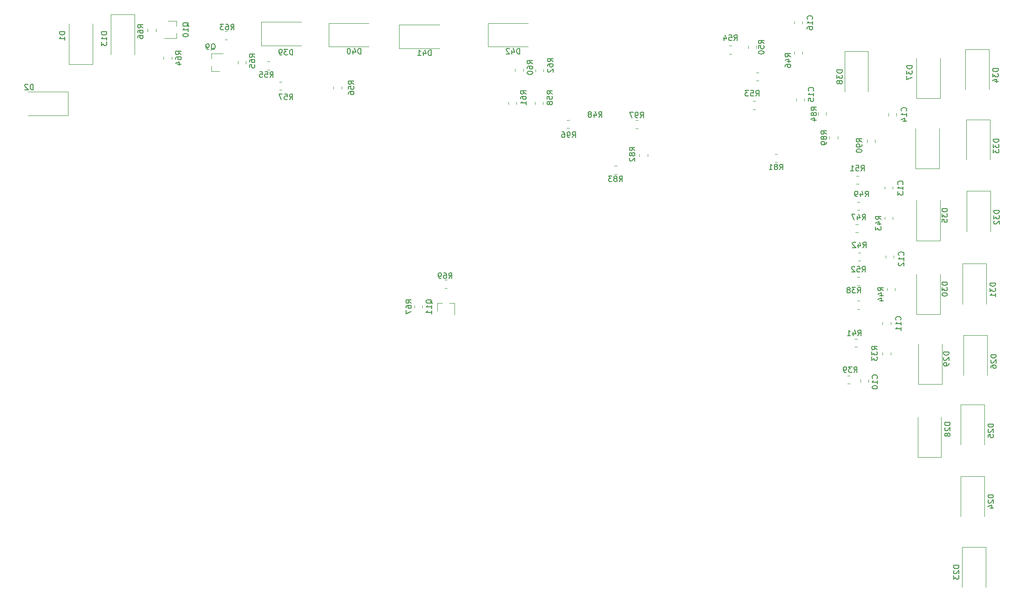
<source format=gbo>
%TF.GenerationSoftware,KiCad,Pcbnew,(6.0.0)*%
%TF.CreationDate,2022-03-09T19:11:31+01:00*%
%TF.ProjectId,automate,6175746f-6d61-4746-952e-6b696361645f,rev?*%
%TF.SameCoordinates,Original*%
%TF.FileFunction,Legend,Bot*%
%TF.FilePolarity,Positive*%
%FSLAX46Y46*%
G04 Gerber Fmt 4.6, Leading zero omitted, Abs format (unit mm)*
G04 Created by KiCad (PCBNEW (6.0.0)) date 2022-03-09 19:11:31*
%MOMM*%
%LPD*%
G01*
G04 APERTURE LIST*
%ADD10C,0.150000*%
%ADD11C,0.120000*%
G04 APERTURE END LIST*
D10*
%TO.C,C10*%
X208557142Y-116157142D02*
X208604761Y-116109523D01*
X208652380Y-115966666D01*
X208652380Y-115871428D01*
X208604761Y-115728571D01*
X208509523Y-115633333D01*
X208414285Y-115585714D01*
X208223809Y-115538095D01*
X208080952Y-115538095D01*
X207890476Y-115585714D01*
X207795238Y-115633333D01*
X207700000Y-115728571D01*
X207652380Y-115871428D01*
X207652380Y-115966666D01*
X207700000Y-116109523D01*
X207747619Y-116157142D01*
X208652380Y-117109523D02*
X208652380Y-116538095D01*
X208652380Y-116823809D02*
X207652380Y-116823809D01*
X207795238Y-116728571D01*
X207890476Y-116633333D01*
X207938095Y-116538095D01*
X207652380Y-117728571D02*
X207652380Y-117823809D01*
X207700000Y-117919047D01*
X207747619Y-117966666D01*
X207842857Y-118014285D01*
X208033333Y-118061904D01*
X208271428Y-118061904D01*
X208461904Y-118014285D01*
X208557142Y-117966666D01*
X208604761Y-117919047D01*
X208652380Y-117823809D01*
X208652380Y-117728571D01*
X208604761Y-117633333D01*
X208557142Y-117585714D01*
X208461904Y-117538095D01*
X208271428Y-117490476D01*
X208033333Y-117490476D01*
X207842857Y-117538095D01*
X207747619Y-117585714D01*
X207700000Y-117633333D01*
X207652380Y-117728571D01*
%TO.C,C11*%
X212829542Y-105527942D02*
X212877161Y-105480323D01*
X212924780Y-105337466D01*
X212924780Y-105242228D01*
X212877161Y-105099371D01*
X212781923Y-105004133D01*
X212686685Y-104956514D01*
X212496209Y-104908895D01*
X212353352Y-104908895D01*
X212162876Y-104956514D01*
X212067638Y-105004133D01*
X211972400Y-105099371D01*
X211924780Y-105242228D01*
X211924780Y-105337466D01*
X211972400Y-105480323D01*
X212020019Y-105527942D01*
X212924780Y-106480323D02*
X212924780Y-105908895D01*
X212924780Y-106194609D02*
X211924780Y-106194609D01*
X212067638Y-106099371D01*
X212162876Y-106004133D01*
X212210495Y-105908895D01*
X212924780Y-107432704D02*
X212924780Y-106861276D01*
X212924780Y-107146990D02*
X211924780Y-107146990D01*
X212067638Y-107051752D01*
X212162876Y-106956514D01*
X212210495Y-106861276D01*
%TO.C,C12*%
X213364742Y-93790742D02*
X213412361Y-93743123D01*
X213459980Y-93600266D01*
X213459980Y-93505028D01*
X213412361Y-93362171D01*
X213317123Y-93266933D01*
X213221885Y-93219314D01*
X213031409Y-93171695D01*
X212888552Y-93171695D01*
X212698076Y-93219314D01*
X212602838Y-93266933D01*
X212507600Y-93362171D01*
X212459980Y-93505028D01*
X212459980Y-93600266D01*
X212507600Y-93743123D01*
X212555219Y-93790742D01*
X213459980Y-94743123D02*
X213459980Y-94171695D01*
X213459980Y-94457409D02*
X212459980Y-94457409D01*
X212602838Y-94362171D01*
X212698076Y-94266933D01*
X212745695Y-94171695D01*
X212555219Y-95124076D02*
X212507600Y-95171695D01*
X212459980Y-95266933D01*
X212459980Y-95505028D01*
X212507600Y-95600266D01*
X212555219Y-95647885D01*
X212650457Y-95695504D01*
X212745695Y-95695504D01*
X212888552Y-95647885D01*
X213459980Y-95076457D01*
X213459980Y-95695504D01*
%TO.C,C13*%
X213218562Y-80897742D02*
X213266181Y-80850123D01*
X213313800Y-80707266D01*
X213313800Y-80612028D01*
X213266181Y-80469171D01*
X213170943Y-80373933D01*
X213075705Y-80326314D01*
X212885229Y-80278695D01*
X212742372Y-80278695D01*
X212551896Y-80326314D01*
X212456658Y-80373933D01*
X212361420Y-80469171D01*
X212313800Y-80612028D01*
X212313800Y-80707266D01*
X212361420Y-80850123D01*
X212409039Y-80897742D01*
X213313800Y-81850123D02*
X213313800Y-81278695D01*
X213313800Y-81564409D02*
X212313800Y-81564409D01*
X212456658Y-81469171D01*
X212551896Y-81373933D01*
X212599515Y-81278695D01*
X212313800Y-82183457D02*
X212313800Y-82802504D01*
X212694753Y-82469171D01*
X212694753Y-82612028D01*
X212742372Y-82707266D01*
X212789991Y-82754885D01*
X212885229Y-82802504D01*
X213123324Y-82802504D01*
X213218562Y-82754885D01*
X213266181Y-82707266D01*
X213313800Y-82612028D01*
X213313800Y-82326314D01*
X213266181Y-82231076D01*
X213218562Y-82183457D01*
%TO.C,C14*%
X213864742Y-67527942D02*
X213912361Y-67480323D01*
X213959980Y-67337466D01*
X213959980Y-67242228D01*
X213912361Y-67099371D01*
X213817123Y-67004133D01*
X213721885Y-66956514D01*
X213531409Y-66908895D01*
X213388552Y-66908895D01*
X213198076Y-66956514D01*
X213102838Y-67004133D01*
X213007600Y-67099371D01*
X212959980Y-67242228D01*
X212959980Y-67337466D01*
X213007600Y-67480323D01*
X213055219Y-67527942D01*
X213959980Y-68480323D02*
X213959980Y-67908895D01*
X213959980Y-68194609D02*
X212959980Y-68194609D01*
X213102838Y-68099371D01*
X213198076Y-68004133D01*
X213245695Y-67908895D01*
X213293314Y-69337466D02*
X213959980Y-69337466D01*
X212912361Y-69099371D02*
X213626647Y-68861276D01*
X213626647Y-69480323D01*
%TO.C,C15*%
X196953142Y-63873142D02*
X197000761Y-63825523D01*
X197048380Y-63682666D01*
X197048380Y-63587428D01*
X197000761Y-63444571D01*
X196905523Y-63349333D01*
X196810285Y-63301714D01*
X196619809Y-63254095D01*
X196476952Y-63254095D01*
X196286476Y-63301714D01*
X196191238Y-63349333D01*
X196096000Y-63444571D01*
X196048380Y-63587428D01*
X196048380Y-63682666D01*
X196096000Y-63825523D01*
X196143619Y-63873142D01*
X197048380Y-64825523D02*
X197048380Y-64254095D01*
X197048380Y-64539809D02*
X196048380Y-64539809D01*
X196191238Y-64444571D01*
X196286476Y-64349333D01*
X196334095Y-64254095D01*
X196048380Y-65730285D02*
X196048380Y-65254095D01*
X196524571Y-65206476D01*
X196476952Y-65254095D01*
X196429333Y-65349333D01*
X196429333Y-65587428D01*
X196476952Y-65682666D01*
X196524571Y-65730285D01*
X196619809Y-65777904D01*
X196857904Y-65777904D01*
X196953142Y-65730285D01*
X197000761Y-65682666D01*
X197048380Y-65587428D01*
X197048380Y-65349333D01*
X197000761Y-65254095D01*
X196953142Y-65206476D01*
%TO.C,C16*%
X196764742Y-50827942D02*
X196812361Y-50780323D01*
X196859980Y-50637466D01*
X196859980Y-50542228D01*
X196812361Y-50399371D01*
X196717123Y-50304133D01*
X196621885Y-50256514D01*
X196431409Y-50208895D01*
X196288552Y-50208895D01*
X196098076Y-50256514D01*
X196002838Y-50304133D01*
X195907600Y-50399371D01*
X195859980Y-50542228D01*
X195859980Y-50637466D01*
X195907600Y-50780323D01*
X195955219Y-50827942D01*
X196859980Y-51780323D02*
X196859980Y-51208895D01*
X196859980Y-51494609D02*
X195859980Y-51494609D01*
X196002838Y-51399371D01*
X196098076Y-51304133D01*
X196145695Y-51208895D01*
X195859980Y-52637466D02*
X195859980Y-52446990D01*
X195907600Y-52351752D01*
X195955219Y-52304133D01*
X196098076Y-52208895D01*
X196288552Y-52161276D01*
X196669504Y-52161276D01*
X196764742Y-52208895D01*
X196812361Y-52256514D01*
X196859980Y-52351752D01*
X196859980Y-52542228D01*
X196812361Y-52637466D01*
X196764742Y-52685085D01*
X196669504Y-52732704D01*
X196431409Y-52732704D01*
X196336171Y-52685085D01*
X196288552Y-52637466D01*
X196240933Y-52542228D01*
X196240933Y-52351752D01*
X196288552Y-52256514D01*
X196336171Y-52208895D01*
X196431409Y-52161276D01*
%TO.C,D2*%
X55138095Y-63652380D02*
X55138095Y-62652380D01*
X54900000Y-62652380D01*
X54757142Y-62700000D01*
X54661904Y-62795238D01*
X54614285Y-62890476D01*
X54566666Y-63080952D01*
X54566666Y-63223809D01*
X54614285Y-63414285D01*
X54661904Y-63509523D01*
X54757142Y-63604761D01*
X54900000Y-63652380D01*
X55138095Y-63652380D01*
X54185714Y-62747619D02*
X54138095Y-62700000D01*
X54042857Y-62652380D01*
X53804761Y-62652380D01*
X53709523Y-62700000D01*
X53661904Y-62747619D01*
X53614285Y-62842857D01*
X53614285Y-62938095D01*
X53661904Y-63080952D01*
X54233333Y-63652380D01*
X53614285Y-63652380D01*
%TO.C,D23*%
X223464380Y-150169714D02*
X222464380Y-150169714D01*
X222464380Y-150407809D01*
X222512000Y-150550666D01*
X222607238Y-150645904D01*
X222702476Y-150693523D01*
X222892952Y-150741142D01*
X223035809Y-150741142D01*
X223226285Y-150693523D01*
X223321523Y-150645904D01*
X223416761Y-150550666D01*
X223464380Y-150407809D01*
X223464380Y-150169714D01*
X222559619Y-151122095D02*
X222512000Y-151169714D01*
X222464380Y-151264952D01*
X222464380Y-151503047D01*
X222512000Y-151598285D01*
X222559619Y-151645904D01*
X222654857Y-151693523D01*
X222750095Y-151693523D01*
X222892952Y-151645904D01*
X223464380Y-151074476D01*
X223464380Y-151693523D01*
X222464380Y-152026857D02*
X222464380Y-152645904D01*
X222845333Y-152312571D01*
X222845333Y-152455428D01*
X222892952Y-152550666D01*
X222940571Y-152598285D01*
X223035809Y-152645904D01*
X223273904Y-152645904D01*
X223369142Y-152598285D01*
X223416761Y-152550666D01*
X223464380Y-152455428D01*
X223464380Y-152169714D01*
X223416761Y-152074476D01*
X223369142Y-152026857D01*
%TO.C,D24*%
X229739180Y-137316514D02*
X228739180Y-137316514D01*
X228739180Y-137554609D01*
X228786800Y-137697466D01*
X228882038Y-137792704D01*
X228977276Y-137840323D01*
X229167752Y-137887942D01*
X229310609Y-137887942D01*
X229501085Y-137840323D01*
X229596323Y-137792704D01*
X229691561Y-137697466D01*
X229739180Y-137554609D01*
X229739180Y-137316514D01*
X228834419Y-138268895D02*
X228786800Y-138316514D01*
X228739180Y-138411752D01*
X228739180Y-138649847D01*
X228786800Y-138745085D01*
X228834419Y-138792704D01*
X228929657Y-138840323D01*
X229024895Y-138840323D01*
X229167752Y-138792704D01*
X229739180Y-138221276D01*
X229739180Y-138840323D01*
X229072514Y-139697466D02*
X229739180Y-139697466D01*
X228691561Y-139459371D02*
X229405847Y-139221276D01*
X229405847Y-139840323D01*
%TO.C,D25*%
X229739180Y-124453714D02*
X228739180Y-124453714D01*
X228739180Y-124691809D01*
X228786800Y-124834666D01*
X228882038Y-124929904D01*
X228977276Y-124977523D01*
X229167752Y-125025142D01*
X229310609Y-125025142D01*
X229501085Y-124977523D01*
X229596323Y-124929904D01*
X229691561Y-124834666D01*
X229739180Y-124691809D01*
X229739180Y-124453714D01*
X228834419Y-125406095D02*
X228786800Y-125453714D01*
X228739180Y-125548952D01*
X228739180Y-125787047D01*
X228786800Y-125882285D01*
X228834419Y-125929904D01*
X228929657Y-125977523D01*
X229024895Y-125977523D01*
X229167752Y-125929904D01*
X229739180Y-125358476D01*
X229739180Y-125977523D01*
X228739180Y-126882285D02*
X228739180Y-126406095D01*
X229215371Y-126358476D01*
X229167752Y-126406095D01*
X229120133Y-126501333D01*
X229120133Y-126739428D01*
X229167752Y-126834666D01*
X229215371Y-126882285D01*
X229310609Y-126929904D01*
X229548704Y-126929904D01*
X229643942Y-126882285D01*
X229691561Y-126834666D01*
X229739180Y-126739428D01*
X229739180Y-126501333D01*
X229691561Y-126406095D01*
X229643942Y-126358476D01*
%TO.C,D26*%
X230239180Y-111853714D02*
X229239180Y-111853714D01*
X229239180Y-112091809D01*
X229286800Y-112234666D01*
X229382038Y-112329904D01*
X229477276Y-112377523D01*
X229667752Y-112425142D01*
X229810609Y-112425142D01*
X230001085Y-112377523D01*
X230096323Y-112329904D01*
X230191561Y-112234666D01*
X230239180Y-112091809D01*
X230239180Y-111853714D01*
X229334419Y-112806095D02*
X229286800Y-112853714D01*
X229239180Y-112948952D01*
X229239180Y-113187047D01*
X229286800Y-113282285D01*
X229334419Y-113329904D01*
X229429657Y-113377523D01*
X229524895Y-113377523D01*
X229667752Y-113329904D01*
X230239180Y-112758476D01*
X230239180Y-113377523D01*
X229239180Y-114234666D02*
X229239180Y-114044190D01*
X229286800Y-113948952D01*
X229334419Y-113901333D01*
X229477276Y-113806095D01*
X229667752Y-113758476D01*
X230048704Y-113758476D01*
X230143942Y-113806095D01*
X230191561Y-113853714D01*
X230239180Y-113948952D01*
X230239180Y-114139428D01*
X230191561Y-114234666D01*
X230143942Y-114282285D01*
X230048704Y-114329904D01*
X229810609Y-114329904D01*
X229715371Y-114282285D01*
X229667752Y-114234666D01*
X229620133Y-114139428D01*
X229620133Y-113948952D01*
X229667752Y-113853714D01*
X229715371Y-113806095D01*
X229810609Y-113758476D01*
%TO.C,D31*%
X230093000Y-98823514D02*
X229093000Y-98823514D01*
X229093000Y-99061609D01*
X229140620Y-99204466D01*
X229235858Y-99299704D01*
X229331096Y-99347323D01*
X229521572Y-99394942D01*
X229664429Y-99394942D01*
X229854905Y-99347323D01*
X229950143Y-99299704D01*
X230045381Y-99204466D01*
X230093000Y-99061609D01*
X230093000Y-98823514D01*
X229093000Y-99728276D02*
X229093000Y-100347323D01*
X229473953Y-100013990D01*
X229473953Y-100156847D01*
X229521572Y-100252085D01*
X229569191Y-100299704D01*
X229664429Y-100347323D01*
X229902524Y-100347323D01*
X229997762Y-100299704D01*
X230045381Y-100252085D01*
X230093000Y-100156847D01*
X230093000Y-99871133D01*
X230045381Y-99775895D01*
X229997762Y-99728276D01*
X230093000Y-101299704D02*
X230093000Y-100728276D01*
X230093000Y-101013990D02*
X229093000Y-101013990D01*
X229235858Y-100918752D01*
X229331096Y-100823514D01*
X229378715Y-100728276D01*
%TO.C,D32*%
X230791980Y-85622914D02*
X229791980Y-85622914D01*
X229791980Y-85861009D01*
X229839600Y-86003866D01*
X229934838Y-86099104D01*
X230030076Y-86146723D01*
X230220552Y-86194342D01*
X230363409Y-86194342D01*
X230553885Y-86146723D01*
X230649123Y-86099104D01*
X230744361Y-86003866D01*
X230791980Y-85861009D01*
X230791980Y-85622914D01*
X229791980Y-86527676D02*
X229791980Y-87146723D01*
X230172933Y-86813390D01*
X230172933Y-86956247D01*
X230220552Y-87051485D01*
X230268171Y-87099104D01*
X230363409Y-87146723D01*
X230601504Y-87146723D01*
X230696742Y-87099104D01*
X230744361Y-87051485D01*
X230791980Y-86956247D01*
X230791980Y-86670533D01*
X230744361Y-86575295D01*
X230696742Y-86527676D01*
X229887219Y-87527676D02*
X229839600Y-87575295D01*
X229791980Y-87670533D01*
X229791980Y-87908628D01*
X229839600Y-88003866D01*
X229887219Y-88051485D01*
X229982457Y-88099104D01*
X230077695Y-88099104D01*
X230220552Y-88051485D01*
X230791980Y-87480057D01*
X230791980Y-88099104D01*
%TO.C,D33*%
X230739180Y-72653714D02*
X229739180Y-72653714D01*
X229739180Y-72891809D01*
X229786800Y-73034666D01*
X229882038Y-73129904D01*
X229977276Y-73177523D01*
X230167752Y-73225142D01*
X230310609Y-73225142D01*
X230501085Y-73177523D01*
X230596323Y-73129904D01*
X230691561Y-73034666D01*
X230739180Y-72891809D01*
X230739180Y-72653714D01*
X229739180Y-73558476D02*
X229739180Y-74177523D01*
X230120133Y-73844190D01*
X230120133Y-73987047D01*
X230167752Y-74082285D01*
X230215371Y-74129904D01*
X230310609Y-74177523D01*
X230548704Y-74177523D01*
X230643942Y-74129904D01*
X230691561Y-74082285D01*
X230739180Y-73987047D01*
X230739180Y-73701333D01*
X230691561Y-73606095D01*
X230643942Y-73558476D01*
X229739180Y-74510857D02*
X229739180Y-75129904D01*
X230120133Y-74796571D01*
X230120133Y-74939428D01*
X230167752Y-75034666D01*
X230215371Y-75082285D01*
X230310609Y-75129904D01*
X230548704Y-75129904D01*
X230643942Y-75082285D01*
X230691561Y-75034666D01*
X230739180Y-74939428D01*
X230739180Y-74653714D01*
X230691561Y-74558476D01*
X230643942Y-74510857D01*
%TO.C,D34*%
X230591980Y-59822914D02*
X229591980Y-59822914D01*
X229591980Y-60061009D01*
X229639600Y-60203866D01*
X229734838Y-60299104D01*
X229830076Y-60346723D01*
X230020552Y-60394342D01*
X230163409Y-60394342D01*
X230353885Y-60346723D01*
X230449123Y-60299104D01*
X230544361Y-60203866D01*
X230591980Y-60061009D01*
X230591980Y-59822914D01*
X229591980Y-60727676D02*
X229591980Y-61346723D01*
X229972933Y-61013390D01*
X229972933Y-61156247D01*
X230020552Y-61251485D01*
X230068171Y-61299104D01*
X230163409Y-61346723D01*
X230401504Y-61346723D01*
X230496742Y-61299104D01*
X230544361Y-61251485D01*
X230591980Y-61156247D01*
X230591980Y-60870533D01*
X230544361Y-60775295D01*
X230496742Y-60727676D01*
X229925314Y-62203866D02*
X230591980Y-62203866D01*
X229544361Y-61965771D02*
X230258647Y-61727676D01*
X230258647Y-62346723D01*
%TO.C,D39*%
X102306285Y-57348380D02*
X102306285Y-56348380D01*
X102068190Y-56348380D01*
X101925333Y-56396000D01*
X101830095Y-56491238D01*
X101782476Y-56586476D01*
X101734857Y-56776952D01*
X101734857Y-56919809D01*
X101782476Y-57110285D01*
X101830095Y-57205523D01*
X101925333Y-57300761D01*
X102068190Y-57348380D01*
X102306285Y-57348380D01*
X101401523Y-56348380D02*
X100782476Y-56348380D01*
X101115809Y-56729333D01*
X100972952Y-56729333D01*
X100877714Y-56776952D01*
X100830095Y-56824571D01*
X100782476Y-56919809D01*
X100782476Y-57157904D01*
X100830095Y-57253142D01*
X100877714Y-57300761D01*
X100972952Y-57348380D01*
X101258666Y-57348380D01*
X101353904Y-57300761D01*
X101401523Y-57253142D01*
X100306285Y-57348380D02*
X100115809Y-57348380D01*
X100020571Y-57300761D01*
X99972952Y-57253142D01*
X99877714Y-57110285D01*
X99830095Y-56919809D01*
X99830095Y-56538857D01*
X99877714Y-56443619D01*
X99925333Y-56396000D01*
X100020571Y-56348380D01*
X100211047Y-56348380D01*
X100306285Y-56396000D01*
X100353904Y-56443619D01*
X100401523Y-56538857D01*
X100401523Y-56776952D01*
X100353904Y-56872190D01*
X100306285Y-56919809D01*
X100211047Y-56967428D01*
X100020571Y-56967428D01*
X99925333Y-56919809D01*
X99877714Y-56872190D01*
X99830095Y-56776952D01*
%TO.C,D40*%
X114714285Y-57152380D02*
X114714285Y-56152380D01*
X114476190Y-56152380D01*
X114333333Y-56200000D01*
X114238095Y-56295238D01*
X114190476Y-56390476D01*
X114142857Y-56580952D01*
X114142857Y-56723809D01*
X114190476Y-56914285D01*
X114238095Y-57009523D01*
X114333333Y-57104761D01*
X114476190Y-57152380D01*
X114714285Y-57152380D01*
X113285714Y-56485714D02*
X113285714Y-57152380D01*
X113523809Y-56104761D02*
X113761904Y-56819047D01*
X113142857Y-56819047D01*
X112571428Y-56152380D02*
X112476190Y-56152380D01*
X112380952Y-56200000D01*
X112333333Y-56247619D01*
X112285714Y-56342857D01*
X112238095Y-56533333D01*
X112238095Y-56771428D01*
X112285714Y-56961904D01*
X112333333Y-57057142D01*
X112380952Y-57104761D01*
X112476190Y-57152380D01*
X112571428Y-57152380D01*
X112666666Y-57104761D01*
X112714285Y-57057142D01*
X112761904Y-56961904D01*
X112809523Y-56771428D01*
X112809523Y-56533333D01*
X112761904Y-56342857D01*
X112714285Y-56247619D01*
X112666666Y-56200000D01*
X112571428Y-56152380D01*
%TO.C,D41*%
X127514285Y-57452380D02*
X127514285Y-56452380D01*
X127276190Y-56452380D01*
X127133333Y-56500000D01*
X127038095Y-56595238D01*
X126990476Y-56690476D01*
X126942857Y-56880952D01*
X126942857Y-57023809D01*
X126990476Y-57214285D01*
X127038095Y-57309523D01*
X127133333Y-57404761D01*
X127276190Y-57452380D01*
X127514285Y-57452380D01*
X126085714Y-56785714D02*
X126085714Y-57452380D01*
X126323809Y-56404761D02*
X126561904Y-57119047D01*
X125942857Y-57119047D01*
X125038095Y-57452380D02*
X125609523Y-57452380D01*
X125323809Y-57452380D02*
X125323809Y-56452380D01*
X125419047Y-56595238D01*
X125514285Y-56690476D01*
X125609523Y-56738095D01*
%TO.C,D42*%
X143614285Y-57152380D02*
X143614285Y-56152380D01*
X143376190Y-56152380D01*
X143233333Y-56200000D01*
X143138095Y-56295238D01*
X143090476Y-56390476D01*
X143042857Y-56580952D01*
X143042857Y-56723809D01*
X143090476Y-56914285D01*
X143138095Y-57009523D01*
X143233333Y-57104761D01*
X143376190Y-57152380D01*
X143614285Y-57152380D01*
X142185714Y-56485714D02*
X142185714Y-57152380D01*
X142423809Y-56104761D02*
X142661904Y-56819047D01*
X142042857Y-56819047D01*
X141709523Y-56247619D02*
X141661904Y-56200000D01*
X141566666Y-56152380D01*
X141328571Y-56152380D01*
X141233333Y-56200000D01*
X141185714Y-56247619D01*
X141138095Y-56342857D01*
X141138095Y-56438095D01*
X141185714Y-56580952D01*
X141757142Y-57152380D01*
X141138095Y-57152380D01*
%TO.C,R33*%
X208617180Y-110957142D02*
X208140990Y-110623809D01*
X208617180Y-110385714D02*
X207617180Y-110385714D01*
X207617180Y-110766666D01*
X207664800Y-110861904D01*
X207712419Y-110909523D01*
X207807657Y-110957142D01*
X207950514Y-110957142D01*
X208045752Y-110909523D01*
X208093371Y-110861904D01*
X208140990Y-110766666D01*
X208140990Y-110385714D01*
X207617180Y-111290476D02*
X207617180Y-111909523D01*
X207998133Y-111576190D01*
X207998133Y-111719047D01*
X208045752Y-111814285D01*
X208093371Y-111861904D01*
X208188609Y-111909523D01*
X208426704Y-111909523D01*
X208521942Y-111861904D01*
X208569561Y-111814285D01*
X208617180Y-111719047D01*
X208617180Y-111433333D01*
X208569561Y-111338095D01*
X208521942Y-111290476D01*
X207617180Y-112242857D02*
X207617180Y-112861904D01*
X207998133Y-112528571D01*
X207998133Y-112671428D01*
X208045752Y-112766666D01*
X208093371Y-112814285D01*
X208188609Y-112861904D01*
X208426704Y-112861904D01*
X208521942Y-112814285D01*
X208569561Y-112766666D01*
X208617180Y-112671428D01*
X208617180Y-112385714D01*
X208569561Y-112290476D01*
X208521942Y-112242857D01*
%TO.C,R38*%
X205003257Y-100615180D02*
X205336590Y-100138990D01*
X205574685Y-100615180D02*
X205574685Y-99615180D01*
X205193733Y-99615180D01*
X205098495Y-99662800D01*
X205050876Y-99710419D01*
X205003257Y-99805657D01*
X205003257Y-99948514D01*
X205050876Y-100043752D01*
X205098495Y-100091371D01*
X205193733Y-100138990D01*
X205574685Y-100138990D01*
X204669923Y-99615180D02*
X204050876Y-99615180D01*
X204384209Y-99996133D01*
X204241352Y-99996133D01*
X204146114Y-100043752D01*
X204098495Y-100091371D01*
X204050876Y-100186609D01*
X204050876Y-100424704D01*
X204098495Y-100519942D01*
X204146114Y-100567561D01*
X204241352Y-100615180D01*
X204527066Y-100615180D01*
X204622304Y-100567561D01*
X204669923Y-100519942D01*
X203479447Y-100043752D02*
X203574685Y-99996133D01*
X203622304Y-99948514D01*
X203669923Y-99853276D01*
X203669923Y-99805657D01*
X203622304Y-99710419D01*
X203574685Y-99662800D01*
X203479447Y-99615180D01*
X203288971Y-99615180D01*
X203193733Y-99662800D01*
X203146114Y-99710419D01*
X203098495Y-99805657D01*
X203098495Y-99853276D01*
X203146114Y-99948514D01*
X203193733Y-99996133D01*
X203288971Y-100043752D01*
X203479447Y-100043752D01*
X203574685Y-100091371D01*
X203622304Y-100138990D01*
X203669923Y-100234228D01*
X203669923Y-100424704D01*
X203622304Y-100519942D01*
X203574685Y-100567561D01*
X203479447Y-100615180D01*
X203288971Y-100615180D01*
X203193733Y-100567561D01*
X203146114Y-100519942D01*
X203098495Y-100424704D01*
X203098495Y-100234228D01*
X203146114Y-100138990D01*
X203193733Y-100091371D01*
X203288971Y-100043752D01*
%TO.C,R39*%
X204342857Y-115052380D02*
X204676190Y-114576190D01*
X204914285Y-115052380D02*
X204914285Y-114052380D01*
X204533333Y-114052380D01*
X204438095Y-114100000D01*
X204390476Y-114147619D01*
X204342857Y-114242857D01*
X204342857Y-114385714D01*
X204390476Y-114480952D01*
X204438095Y-114528571D01*
X204533333Y-114576190D01*
X204914285Y-114576190D01*
X204009523Y-114052380D02*
X203390476Y-114052380D01*
X203723809Y-114433333D01*
X203580952Y-114433333D01*
X203485714Y-114480952D01*
X203438095Y-114528571D01*
X203390476Y-114623809D01*
X203390476Y-114861904D01*
X203438095Y-114957142D01*
X203485714Y-115004761D01*
X203580952Y-115052380D01*
X203866666Y-115052380D01*
X203961904Y-115004761D01*
X204009523Y-114957142D01*
X202914285Y-115052380D02*
X202723809Y-115052380D01*
X202628571Y-115004761D01*
X202580952Y-114957142D01*
X202485714Y-114814285D01*
X202438095Y-114623809D01*
X202438095Y-114242857D01*
X202485714Y-114147619D01*
X202533333Y-114100000D01*
X202628571Y-114052380D01*
X202819047Y-114052380D01*
X202914285Y-114100000D01*
X202961904Y-114147619D01*
X203009523Y-114242857D01*
X203009523Y-114480952D01*
X202961904Y-114576190D01*
X202914285Y-114623809D01*
X202819047Y-114671428D01*
X202628571Y-114671428D01*
X202533333Y-114623809D01*
X202485714Y-114576190D01*
X202438095Y-114480952D01*
%TO.C,R41*%
X205066857Y-108380380D02*
X205400190Y-107904190D01*
X205638285Y-108380380D02*
X205638285Y-107380380D01*
X205257333Y-107380380D01*
X205162095Y-107428000D01*
X205114476Y-107475619D01*
X205066857Y-107570857D01*
X205066857Y-107713714D01*
X205114476Y-107808952D01*
X205162095Y-107856571D01*
X205257333Y-107904190D01*
X205638285Y-107904190D01*
X204209714Y-107713714D02*
X204209714Y-108380380D01*
X204447809Y-107332761D02*
X204685904Y-108047047D01*
X204066857Y-108047047D01*
X203162095Y-108380380D02*
X203733523Y-108380380D01*
X203447809Y-108380380D02*
X203447809Y-107380380D01*
X203543047Y-107523238D01*
X203638285Y-107618476D01*
X203733523Y-107666095D01*
%TO.C,R42*%
X205990057Y-92385980D02*
X206323390Y-91909790D01*
X206561485Y-92385980D02*
X206561485Y-91385980D01*
X206180533Y-91385980D01*
X206085295Y-91433600D01*
X206037676Y-91481219D01*
X205990057Y-91576457D01*
X205990057Y-91719314D01*
X206037676Y-91814552D01*
X206085295Y-91862171D01*
X206180533Y-91909790D01*
X206561485Y-91909790D01*
X205132914Y-91719314D02*
X205132914Y-92385980D01*
X205371009Y-91338361D02*
X205609104Y-92052647D01*
X204990057Y-92052647D01*
X204656723Y-91481219D02*
X204609104Y-91433600D01*
X204513866Y-91385980D01*
X204275771Y-91385980D01*
X204180533Y-91433600D01*
X204132914Y-91481219D01*
X204085295Y-91576457D01*
X204085295Y-91671695D01*
X204132914Y-91814552D01*
X204704342Y-92385980D01*
X204085295Y-92385980D01*
%TO.C,R43*%
X209313800Y-87260542D02*
X208837610Y-86927209D01*
X209313800Y-86689114D02*
X208313800Y-86689114D01*
X208313800Y-87070066D01*
X208361420Y-87165304D01*
X208409039Y-87212923D01*
X208504277Y-87260542D01*
X208647134Y-87260542D01*
X208742372Y-87212923D01*
X208789991Y-87165304D01*
X208837610Y-87070066D01*
X208837610Y-86689114D01*
X208647134Y-88117685D02*
X209313800Y-88117685D01*
X208266181Y-87879590D02*
X208980467Y-87641495D01*
X208980467Y-88260542D01*
X208313800Y-88546257D02*
X208313800Y-89165304D01*
X208694753Y-88831971D01*
X208694753Y-88974828D01*
X208742372Y-89070066D01*
X208789991Y-89117685D01*
X208885229Y-89165304D01*
X209123324Y-89165304D01*
X209218562Y-89117685D01*
X209266181Y-89070066D01*
X209313800Y-88974828D01*
X209313800Y-88689114D01*
X209266181Y-88593876D01*
X209218562Y-88546257D01*
%TO.C,R44*%
X209712780Y-100219942D02*
X209236590Y-99886609D01*
X209712780Y-99648514D02*
X208712780Y-99648514D01*
X208712780Y-100029466D01*
X208760400Y-100124704D01*
X208808019Y-100172323D01*
X208903257Y-100219942D01*
X209046114Y-100219942D01*
X209141352Y-100172323D01*
X209188971Y-100124704D01*
X209236590Y-100029466D01*
X209236590Y-99648514D01*
X209046114Y-101077085D02*
X209712780Y-101077085D01*
X208665161Y-100838990D02*
X209379447Y-100600895D01*
X209379447Y-101219942D01*
X209046114Y-102029466D02*
X209712780Y-102029466D01*
X208665161Y-101791371D02*
X209379447Y-101553276D01*
X209379447Y-102172323D01*
%TO.C,R46*%
X192859980Y-57690742D02*
X192383790Y-57357409D01*
X192859980Y-57119314D02*
X191859980Y-57119314D01*
X191859980Y-57500266D01*
X191907600Y-57595504D01*
X191955219Y-57643123D01*
X192050457Y-57690742D01*
X192193314Y-57690742D01*
X192288552Y-57643123D01*
X192336171Y-57595504D01*
X192383790Y-57500266D01*
X192383790Y-57119314D01*
X192193314Y-58547885D02*
X192859980Y-58547885D01*
X191812361Y-58309790D02*
X192526647Y-58071695D01*
X192526647Y-58690742D01*
X191859980Y-59500266D02*
X191859980Y-59309790D01*
X191907600Y-59214552D01*
X191955219Y-59166933D01*
X192098076Y-59071695D01*
X192288552Y-59024076D01*
X192669504Y-59024076D01*
X192764742Y-59071695D01*
X192812361Y-59119314D01*
X192859980Y-59214552D01*
X192859980Y-59405028D01*
X192812361Y-59500266D01*
X192764742Y-59547885D01*
X192669504Y-59595504D01*
X192431409Y-59595504D01*
X192336171Y-59547885D01*
X192288552Y-59500266D01*
X192240933Y-59405028D01*
X192240933Y-59214552D01*
X192288552Y-59119314D01*
X192336171Y-59071695D01*
X192431409Y-59024076D01*
%TO.C,R47*%
X205874857Y-87320380D02*
X206208190Y-86844190D01*
X206446285Y-87320380D02*
X206446285Y-86320380D01*
X206065333Y-86320380D01*
X205970095Y-86368000D01*
X205922476Y-86415619D01*
X205874857Y-86510857D01*
X205874857Y-86653714D01*
X205922476Y-86748952D01*
X205970095Y-86796571D01*
X206065333Y-86844190D01*
X206446285Y-86844190D01*
X205017714Y-86653714D02*
X205017714Y-87320380D01*
X205255809Y-86272761D02*
X205493904Y-86987047D01*
X204874857Y-86987047D01*
X204589142Y-86320380D02*
X203922476Y-86320380D01*
X204351047Y-87320380D01*
%TO.C,R48*%
X157956257Y-68648180D02*
X158289590Y-68171990D01*
X158527685Y-68648180D02*
X158527685Y-67648180D01*
X158146733Y-67648180D01*
X158051495Y-67695800D01*
X158003876Y-67743419D01*
X157956257Y-67838657D01*
X157956257Y-67981514D01*
X158003876Y-68076752D01*
X158051495Y-68124371D01*
X158146733Y-68171990D01*
X158527685Y-68171990D01*
X157099114Y-67981514D02*
X157099114Y-68648180D01*
X157337209Y-67600561D02*
X157575304Y-68314847D01*
X156956257Y-68314847D01*
X156432447Y-68076752D02*
X156527685Y-68029133D01*
X156575304Y-67981514D01*
X156622923Y-67886276D01*
X156622923Y-67838657D01*
X156575304Y-67743419D01*
X156527685Y-67695800D01*
X156432447Y-67648180D01*
X156241971Y-67648180D01*
X156146733Y-67695800D01*
X156099114Y-67743419D01*
X156051495Y-67838657D01*
X156051495Y-67886276D01*
X156099114Y-67981514D01*
X156146733Y-68029133D01*
X156241971Y-68076752D01*
X156432447Y-68076752D01*
X156527685Y-68124371D01*
X156575304Y-68171990D01*
X156622923Y-68267228D01*
X156622923Y-68457704D01*
X156575304Y-68552942D01*
X156527685Y-68600561D01*
X156432447Y-68648180D01*
X156241971Y-68648180D01*
X156146733Y-68600561D01*
X156099114Y-68552942D01*
X156051495Y-68457704D01*
X156051495Y-68267228D01*
X156099114Y-68171990D01*
X156146733Y-68124371D01*
X156241971Y-68076752D01*
%TO.C,R49*%
X206403257Y-83115180D02*
X206736590Y-82638990D01*
X206974685Y-83115180D02*
X206974685Y-82115180D01*
X206593733Y-82115180D01*
X206498495Y-82162800D01*
X206450876Y-82210419D01*
X206403257Y-82305657D01*
X206403257Y-82448514D01*
X206450876Y-82543752D01*
X206498495Y-82591371D01*
X206593733Y-82638990D01*
X206974685Y-82638990D01*
X205546114Y-82448514D02*
X205546114Y-83115180D01*
X205784209Y-82067561D02*
X206022304Y-82781847D01*
X205403257Y-82781847D01*
X204974685Y-83115180D02*
X204784209Y-83115180D01*
X204688971Y-83067561D01*
X204641352Y-83019942D01*
X204546114Y-82877085D01*
X204498495Y-82686609D01*
X204498495Y-82305657D01*
X204546114Y-82210419D01*
X204593733Y-82162800D01*
X204688971Y-82115180D01*
X204879447Y-82115180D01*
X204974685Y-82162800D01*
X205022304Y-82210419D01*
X205069923Y-82305657D01*
X205069923Y-82543752D01*
X205022304Y-82638990D01*
X204974685Y-82686609D01*
X204879447Y-82734228D01*
X204688971Y-82734228D01*
X204593733Y-82686609D01*
X204546114Y-82638990D01*
X204498495Y-82543752D01*
%TO.C,R50*%
X188002380Y-55257142D02*
X187526190Y-54923809D01*
X188002380Y-54685714D02*
X187002380Y-54685714D01*
X187002380Y-55066666D01*
X187050000Y-55161904D01*
X187097619Y-55209523D01*
X187192857Y-55257142D01*
X187335714Y-55257142D01*
X187430952Y-55209523D01*
X187478571Y-55161904D01*
X187526190Y-55066666D01*
X187526190Y-54685714D01*
X187002380Y-56161904D02*
X187002380Y-55685714D01*
X187478571Y-55638095D01*
X187430952Y-55685714D01*
X187383333Y-55780952D01*
X187383333Y-56019047D01*
X187430952Y-56114285D01*
X187478571Y-56161904D01*
X187573809Y-56209523D01*
X187811904Y-56209523D01*
X187907142Y-56161904D01*
X187954761Y-56114285D01*
X188002380Y-56019047D01*
X188002380Y-55780952D01*
X187954761Y-55685714D01*
X187907142Y-55638095D01*
X187002380Y-56828571D02*
X187002380Y-56923809D01*
X187050000Y-57019047D01*
X187097619Y-57066666D01*
X187192857Y-57114285D01*
X187383333Y-57161904D01*
X187621428Y-57161904D01*
X187811904Y-57114285D01*
X187907142Y-57066666D01*
X187954761Y-57019047D01*
X188002380Y-56923809D01*
X188002380Y-56828571D01*
X187954761Y-56733333D01*
X187907142Y-56685714D01*
X187811904Y-56638095D01*
X187621428Y-56590476D01*
X187383333Y-56590476D01*
X187192857Y-56638095D01*
X187097619Y-56685714D01*
X187050000Y-56733333D01*
X187002380Y-56828571D01*
%TO.C,R51*%
X205642857Y-78415180D02*
X205976190Y-77938990D01*
X206214285Y-78415180D02*
X206214285Y-77415180D01*
X205833333Y-77415180D01*
X205738095Y-77462800D01*
X205690476Y-77510419D01*
X205642857Y-77605657D01*
X205642857Y-77748514D01*
X205690476Y-77843752D01*
X205738095Y-77891371D01*
X205833333Y-77938990D01*
X206214285Y-77938990D01*
X204738095Y-77415180D02*
X205214285Y-77415180D01*
X205261904Y-77891371D01*
X205214285Y-77843752D01*
X205119047Y-77796133D01*
X204880952Y-77796133D01*
X204785714Y-77843752D01*
X204738095Y-77891371D01*
X204690476Y-77986609D01*
X204690476Y-78224704D01*
X204738095Y-78319942D01*
X204785714Y-78367561D01*
X204880952Y-78415180D01*
X205119047Y-78415180D01*
X205214285Y-78367561D01*
X205261904Y-78319942D01*
X203738095Y-78415180D02*
X204309523Y-78415180D01*
X204023809Y-78415180D02*
X204023809Y-77415180D01*
X204119047Y-77558038D01*
X204214285Y-77653276D01*
X204309523Y-77700895D01*
%TO.C,R52*%
X205842857Y-96815180D02*
X206176190Y-96338990D01*
X206414285Y-96815180D02*
X206414285Y-95815180D01*
X206033333Y-95815180D01*
X205938095Y-95862800D01*
X205890476Y-95910419D01*
X205842857Y-96005657D01*
X205842857Y-96148514D01*
X205890476Y-96243752D01*
X205938095Y-96291371D01*
X206033333Y-96338990D01*
X206414285Y-96338990D01*
X204938095Y-95815180D02*
X205414285Y-95815180D01*
X205461904Y-96291371D01*
X205414285Y-96243752D01*
X205319047Y-96196133D01*
X205080952Y-96196133D01*
X204985714Y-96243752D01*
X204938095Y-96291371D01*
X204890476Y-96386609D01*
X204890476Y-96624704D01*
X204938095Y-96719942D01*
X204985714Y-96767561D01*
X205080952Y-96815180D01*
X205319047Y-96815180D01*
X205414285Y-96767561D01*
X205461904Y-96719942D01*
X204509523Y-95910419D02*
X204461904Y-95862800D01*
X204366666Y-95815180D01*
X204128571Y-95815180D01*
X204033333Y-95862800D01*
X203985714Y-95910419D01*
X203938095Y-96005657D01*
X203938095Y-96100895D01*
X203985714Y-96243752D01*
X204557142Y-96815180D01*
X203938095Y-96815180D01*
%TO.C,R53*%
X186503257Y-64815180D02*
X186836590Y-64338990D01*
X187074685Y-64815180D02*
X187074685Y-63815180D01*
X186693733Y-63815180D01*
X186598495Y-63862800D01*
X186550876Y-63910419D01*
X186503257Y-64005657D01*
X186503257Y-64148514D01*
X186550876Y-64243752D01*
X186598495Y-64291371D01*
X186693733Y-64338990D01*
X187074685Y-64338990D01*
X185598495Y-63815180D02*
X186074685Y-63815180D01*
X186122304Y-64291371D01*
X186074685Y-64243752D01*
X185979447Y-64196133D01*
X185741352Y-64196133D01*
X185646114Y-64243752D01*
X185598495Y-64291371D01*
X185550876Y-64386609D01*
X185550876Y-64624704D01*
X185598495Y-64719942D01*
X185646114Y-64767561D01*
X185741352Y-64815180D01*
X185979447Y-64815180D01*
X186074685Y-64767561D01*
X186122304Y-64719942D01*
X185217542Y-63815180D02*
X184598495Y-63815180D01*
X184931828Y-64196133D01*
X184788971Y-64196133D01*
X184693733Y-64243752D01*
X184646114Y-64291371D01*
X184598495Y-64386609D01*
X184598495Y-64624704D01*
X184646114Y-64719942D01*
X184693733Y-64767561D01*
X184788971Y-64815180D01*
X185074685Y-64815180D01*
X185169923Y-64767561D01*
X185217542Y-64719942D01*
%TO.C,R54*%
X182542857Y-54715180D02*
X182876190Y-54238990D01*
X183114285Y-54715180D02*
X183114285Y-53715180D01*
X182733333Y-53715180D01*
X182638095Y-53762800D01*
X182590476Y-53810419D01*
X182542857Y-53905657D01*
X182542857Y-54048514D01*
X182590476Y-54143752D01*
X182638095Y-54191371D01*
X182733333Y-54238990D01*
X183114285Y-54238990D01*
X181638095Y-53715180D02*
X182114285Y-53715180D01*
X182161904Y-54191371D01*
X182114285Y-54143752D01*
X182019047Y-54096133D01*
X181780952Y-54096133D01*
X181685714Y-54143752D01*
X181638095Y-54191371D01*
X181590476Y-54286609D01*
X181590476Y-54524704D01*
X181638095Y-54619942D01*
X181685714Y-54667561D01*
X181780952Y-54715180D01*
X182019047Y-54715180D01*
X182114285Y-54667561D01*
X182161904Y-54619942D01*
X180733333Y-54048514D02*
X180733333Y-54715180D01*
X180971428Y-53667561D02*
X181209523Y-54381847D01*
X180590476Y-54381847D01*
%TO.C,R55*%
X98178857Y-61412380D02*
X98512190Y-60936190D01*
X98750285Y-61412380D02*
X98750285Y-60412380D01*
X98369333Y-60412380D01*
X98274095Y-60460000D01*
X98226476Y-60507619D01*
X98178857Y-60602857D01*
X98178857Y-60745714D01*
X98226476Y-60840952D01*
X98274095Y-60888571D01*
X98369333Y-60936190D01*
X98750285Y-60936190D01*
X97274095Y-60412380D02*
X97750285Y-60412380D01*
X97797904Y-60888571D01*
X97750285Y-60840952D01*
X97655047Y-60793333D01*
X97416952Y-60793333D01*
X97321714Y-60840952D01*
X97274095Y-60888571D01*
X97226476Y-60983809D01*
X97226476Y-61221904D01*
X97274095Y-61317142D01*
X97321714Y-61364761D01*
X97416952Y-61412380D01*
X97655047Y-61412380D01*
X97750285Y-61364761D01*
X97797904Y-61317142D01*
X96321714Y-60412380D02*
X96797904Y-60412380D01*
X96845523Y-60888571D01*
X96797904Y-60840952D01*
X96702666Y-60793333D01*
X96464571Y-60793333D01*
X96369333Y-60840952D01*
X96321714Y-60888571D01*
X96274095Y-60983809D01*
X96274095Y-61221904D01*
X96321714Y-61317142D01*
X96369333Y-61364761D01*
X96464571Y-61412380D01*
X96702666Y-61412380D01*
X96797904Y-61364761D01*
X96845523Y-61317142D01*
%TO.C,R56*%
X113452380Y-62657142D02*
X112976190Y-62323809D01*
X113452380Y-62085714D02*
X112452380Y-62085714D01*
X112452380Y-62466666D01*
X112500000Y-62561904D01*
X112547619Y-62609523D01*
X112642857Y-62657142D01*
X112785714Y-62657142D01*
X112880952Y-62609523D01*
X112928571Y-62561904D01*
X112976190Y-62466666D01*
X112976190Y-62085714D01*
X112452380Y-63561904D02*
X112452380Y-63085714D01*
X112928571Y-63038095D01*
X112880952Y-63085714D01*
X112833333Y-63180952D01*
X112833333Y-63419047D01*
X112880952Y-63514285D01*
X112928571Y-63561904D01*
X113023809Y-63609523D01*
X113261904Y-63609523D01*
X113357142Y-63561904D01*
X113404761Y-63514285D01*
X113452380Y-63419047D01*
X113452380Y-63180952D01*
X113404761Y-63085714D01*
X113357142Y-63038095D01*
X112452380Y-64466666D02*
X112452380Y-64276190D01*
X112500000Y-64180952D01*
X112547619Y-64133333D01*
X112690476Y-64038095D01*
X112880952Y-63990476D01*
X113261904Y-63990476D01*
X113357142Y-64038095D01*
X113404761Y-64085714D01*
X113452380Y-64180952D01*
X113452380Y-64371428D01*
X113404761Y-64466666D01*
X113357142Y-64514285D01*
X113261904Y-64561904D01*
X113023809Y-64561904D01*
X112928571Y-64514285D01*
X112880952Y-64466666D01*
X112833333Y-64371428D01*
X112833333Y-64180952D01*
X112880952Y-64085714D01*
X112928571Y-64038095D01*
X113023809Y-63990476D01*
%TO.C,R57*%
X101734857Y-65452380D02*
X102068190Y-64976190D01*
X102306285Y-65452380D02*
X102306285Y-64452380D01*
X101925333Y-64452380D01*
X101830095Y-64500000D01*
X101782476Y-64547619D01*
X101734857Y-64642857D01*
X101734857Y-64785714D01*
X101782476Y-64880952D01*
X101830095Y-64928571D01*
X101925333Y-64976190D01*
X102306285Y-64976190D01*
X100830095Y-64452380D02*
X101306285Y-64452380D01*
X101353904Y-64928571D01*
X101306285Y-64880952D01*
X101211047Y-64833333D01*
X100972952Y-64833333D01*
X100877714Y-64880952D01*
X100830095Y-64928571D01*
X100782476Y-65023809D01*
X100782476Y-65261904D01*
X100830095Y-65357142D01*
X100877714Y-65404761D01*
X100972952Y-65452380D01*
X101211047Y-65452380D01*
X101306285Y-65404761D01*
X101353904Y-65357142D01*
X100449142Y-64452380D02*
X99782476Y-64452380D01*
X100211047Y-65452380D01*
%TO.C,R58*%
X149552380Y-64457142D02*
X149076190Y-64123809D01*
X149552380Y-63885714D02*
X148552380Y-63885714D01*
X148552380Y-64266666D01*
X148600000Y-64361904D01*
X148647619Y-64409523D01*
X148742857Y-64457142D01*
X148885714Y-64457142D01*
X148980952Y-64409523D01*
X149028571Y-64361904D01*
X149076190Y-64266666D01*
X149076190Y-63885714D01*
X148552380Y-65361904D02*
X148552380Y-64885714D01*
X149028571Y-64838095D01*
X148980952Y-64885714D01*
X148933333Y-64980952D01*
X148933333Y-65219047D01*
X148980952Y-65314285D01*
X149028571Y-65361904D01*
X149123809Y-65409523D01*
X149361904Y-65409523D01*
X149457142Y-65361904D01*
X149504761Y-65314285D01*
X149552380Y-65219047D01*
X149552380Y-64980952D01*
X149504761Y-64885714D01*
X149457142Y-64838095D01*
X148980952Y-65980952D02*
X148933333Y-65885714D01*
X148885714Y-65838095D01*
X148790476Y-65790476D01*
X148742857Y-65790476D01*
X148647619Y-65838095D01*
X148600000Y-65885714D01*
X148552380Y-65980952D01*
X148552380Y-66171428D01*
X148600000Y-66266666D01*
X148647619Y-66314285D01*
X148742857Y-66361904D01*
X148790476Y-66361904D01*
X148885714Y-66314285D01*
X148933333Y-66266666D01*
X148980952Y-66171428D01*
X148980952Y-65980952D01*
X149028571Y-65885714D01*
X149076190Y-65838095D01*
X149171428Y-65790476D01*
X149361904Y-65790476D01*
X149457142Y-65838095D01*
X149504761Y-65885714D01*
X149552380Y-65980952D01*
X149552380Y-66171428D01*
X149504761Y-66266666D01*
X149457142Y-66314285D01*
X149361904Y-66361904D01*
X149171428Y-66361904D01*
X149076190Y-66314285D01*
X149028571Y-66266666D01*
X148980952Y-66171428D01*
%TO.C,R60*%
X145952380Y-58957142D02*
X145476190Y-58623809D01*
X145952380Y-58385714D02*
X144952380Y-58385714D01*
X144952380Y-58766666D01*
X145000000Y-58861904D01*
X145047619Y-58909523D01*
X145142857Y-58957142D01*
X145285714Y-58957142D01*
X145380952Y-58909523D01*
X145428571Y-58861904D01*
X145476190Y-58766666D01*
X145476190Y-58385714D01*
X144952380Y-59814285D02*
X144952380Y-59623809D01*
X145000000Y-59528571D01*
X145047619Y-59480952D01*
X145190476Y-59385714D01*
X145380952Y-59338095D01*
X145761904Y-59338095D01*
X145857142Y-59385714D01*
X145904761Y-59433333D01*
X145952380Y-59528571D01*
X145952380Y-59719047D01*
X145904761Y-59814285D01*
X145857142Y-59861904D01*
X145761904Y-59909523D01*
X145523809Y-59909523D01*
X145428571Y-59861904D01*
X145380952Y-59814285D01*
X145333333Y-59719047D01*
X145333333Y-59528571D01*
X145380952Y-59433333D01*
X145428571Y-59385714D01*
X145523809Y-59338095D01*
X144952380Y-60528571D02*
X144952380Y-60623809D01*
X145000000Y-60719047D01*
X145047619Y-60766666D01*
X145142857Y-60814285D01*
X145333333Y-60861904D01*
X145571428Y-60861904D01*
X145761904Y-60814285D01*
X145857142Y-60766666D01*
X145904761Y-60719047D01*
X145952380Y-60623809D01*
X145952380Y-60528571D01*
X145904761Y-60433333D01*
X145857142Y-60385714D01*
X145761904Y-60338095D01*
X145571428Y-60290476D01*
X145333333Y-60290476D01*
X145142857Y-60338095D01*
X145047619Y-60385714D01*
X145000000Y-60433333D01*
X144952380Y-60528571D01*
%TO.C,R61*%
X144752380Y-64457142D02*
X144276190Y-64123809D01*
X144752380Y-63885714D02*
X143752380Y-63885714D01*
X143752380Y-64266666D01*
X143800000Y-64361904D01*
X143847619Y-64409523D01*
X143942857Y-64457142D01*
X144085714Y-64457142D01*
X144180952Y-64409523D01*
X144228571Y-64361904D01*
X144276190Y-64266666D01*
X144276190Y-63885714D01*
X143752380Y-65314285D02*
X143752380Y-65123809D01*
X143800000Y-65028571D01*
X143847619Y-64980952D01*
X143990476Y-64885714D01*
X144180952Y-64838095D01*
X144561904Y-64838095D01*
X144657142Y-64885714D01*
X144704761Y-64933333D01*
X144752380Y-65028571D01*
X144752380Y-65219047D01*
X144704761Y-65314285D01*
X144657142Y-65361904D01*
X144561904Y-65409523D01*
X144323809Y-65409523D01*
X144228571Y-65361904D01*
X144180952Y-65314285D01*
X144133333Y-65219047D01*
X144133333Y-65028571D01*
X144180952Y-64933333D01*
X144228571Y-64885714D01*
X144323809Y-64838095D01*
X144752380Y-66361904D02*
X144752380Y-65790476D01*
X144752380Y-66076190D02*
X143752380Y-66076190D01*
X143895238Y-65980952D01*
X143990476Y-65885714D01*
X144038095Y-65790476D01*
%TO.C,R62*%
X149652380Y-58557142D02*
X149176190Y-58223809D01*
X149652380Y-57985714D02*
X148652380Y-57985714D01*
X148652380Y-58366666D01*
X148700000Y-58461904D01*
X148747619Y-58509523D01*
X148842857Y-58557142D01*
X148985714Y-58557142D01*
X149080952Y-58509523D01*
X149128571Y-58461904D01*
X149176190Y-58366666D01*
X149176190Y-57985714D01*
X148652380Y-59414285D02*
X148652380Y-59223809D01*
X148700000Y-59128571D01*
X148747619Y-59080952D01*
X148890476Y-58985714D01*
X149080952Y-58938095D01*
X149461904Y-58938095D01*
X149557142Y-58985714D01*
X149604761Y-59033333D01*
X149652380Y-59128571D01*
X149652380Y-59319047D01*
X149604761Y-59414285D01*
X149557142Y-59461904D01*
X149461904Y-59509523D01*
X149223809Y-59509523D01*
X149128571Y-59461904D01*
X149080952Y-59414285D01*
X149033333Y-59319047D01*
X149033333Y-59128571D01*
X149080952Y-59033333D01*
X149128571Y-58985714D01*
X149223809Y-58938095D01*
X148747619Y-59890476D02*
X148700000Y-59938095D01*
X148652380Y-60033333D01*
X148652380Y-60271428D01*
X148700000Y-60366666D01*
X148747619Y-60414285D01*
X148842857Y-60461904D01*
X148938095Y-60461904D01*
X149080952Y-60414285D01*
X149652380Y-59842857D01*
X149652380Y-60461904D01*
%TO.C,R63*%
X91066857Y-52776380D02*
X91400190Y-52300190D01*
X91638285Y-52776380D02*
X91638285Y-51776380D01*
X91257333Y-51776380D01*
X91162095Y-51824000D01*
X91114476Y-51871619D01*
X91066857Y-51966857D01*
X91066857Y-52109714D01*
X91114476Y-52204952D01*
X91162095Y-52252571D01*
X91257333Y-52300190D01*
X91638285Y-52300190D01*
X90209714Y-51776380D02*
X90400190Y-51776380D01*
X90495428Y-51824000D01*
X90543047Y-51871619D01*
X90638285Y-52014476D01*
X90685904Y-52204952D01*
X90685904Y-52585904D01*
X90638285Y-52681142D01*
X90590666Y-52728761D01*
X90495428Y-52776380D01*
X90304952Y-52776380D01*
X90209714Y-52728761D01*
X90162095Y-52681142D01*
X90114476Y-52585904D01*
X90114476Y-52347809D01*
X90162095Y-52252571D01*
X90209714Y-52204952D01*
X90304952Y-52157333D01*
X90495428Y-52157333D01*
X90590666Y-52204952D01*
X90638285Y-52252571D01*
X90685904Y-52347809D01*
X89781142Y-51776380D02*
X89162095Y-51776380D01*
X89495428Y-52157333D01*
X89352571Y-52157333D01*
X89257333Y-52204952D01*
X89209714Y-52252571D01*
X89162095Y-52347809D01*
X89162095Y-52585904D01*
X89209714Y-52681142D01*
X89257333Y-52728761D01*
X89352571Y-52776380D01*
X89638285Y-52776380D01*
X89733523Y-52728761D01*
X89781142Y-52681142D01*
%TO.C,R64*%
X82052380Y-57269142D02*
X81576190Y-56935809D01*
X82052380Y-56697714D02*
X81052380Y-56697714D01*
X81052380Y-57078666D01*
X81100000Y-57173904D01*
X81147619Y-57221523D01*
X81242857Y-57269142D01*
X81385714Y-57269142D01*
X81480952Y-57221523D01*
X81528571Y-57173904D01*
X81576190Y-57078666D01*
X81576190Y-56697714D01*
X81052380Y-58126285D02*
X81052380Y-57935809D01*
X81100000Y-57840571D01*
X81147619Y-57792952D01*
X81290476Y-57697714D01*
X81480952Y-57650095D01*
X81861904Y-57650095D01*
X81957142Y-57697714D01*
X82004761Y-57745333D01*
X82052380Y-57840571D01*
X82052380Y-58031047D01*
X82004761Y-58126285D01*
X81957142Y-58173904D01*
X81861904Y-58221523D01*
X81623809Y-58221523D01*
X81528571Y-58173904D01*
X81480952Y-58126285D01*
X81433333Y-58031047D01*
X81433333Y-57840571D01*
X81480952Y-57745333D01*
X81528571Y-57697714D01*
X81623809Y-57650095D01*
X81385714Y-59078666D02*
X82052380Y-59078666D01*
X81004761Y-58840571D02*
X81719047Y-58602476D01*
X81719047Y-59221523D01*
%TO.C,R65*%
X95448380Y-57777142D02*
X94972190Y-57443809D01*
X95448380Y-57205714D02*
X94448380Y-57205714D01*
X94448380Y-57586666D01*
X94496000Y-57681904D01*
X94543619Y-57729523D01*
X94638857Y-57777142D01*
X94781714Y-57777142D01*
X94876952Y-57729523D01*
X94924571Y-57681904D01*
X94972190Y-57586666D01*
X94972190Y-57205714D01*
X94448380Y-58634285D02*
X94448380Y-58443809D01*
X94496000Y-58348571D01*
X94543619Y-58300952D01*
X94686476Y-58205714D01*
X94876952Y-58158095D01*
X95257904Y-58158095D01*
X95353142Y-58205714D01*
X95400761Y-58253333D01*
X95448380Y-58348571D01*
X95448380Y-58539047D01*
X95400761Y-58634285D01*
X95353142Y-58681904D01*
X95257904Y-58729523D01*
X95019809Y-58729523D01*
X94924571Y-58681904D01*
X94876952Y-58634285D01*
X94829333Y-58539047D01*
X94829333Y-58348571D01*
X94876952Y-58253333D01*
X94924571Y-58205714D01*
X95019809Y-58158095D01*
X94448380Y-59634285D02*
X94448380Y-59158095D01*
X94924571Y-59110476D01*
X94876952Y-59158095D01*
X94829333Y-59253333D01*
X94829333Y-59491428D01*
X94876952Y-59586666D01*
X94924571Y-59634285D01*
X95019809Y-59681904D01*
X95257904Y-59681904D01*
X95353142Y-59634285D01*
X95400761Y-59586666D01*
X95448380Y-59491428D01*
X95448380Y-59253333D01*
X95400761Y-59158095D01*
X95353142Y-59110476D01*
%TO.C,R66*%
X75128380Y-52434206D02*
X74652190Y-52100873D01*
X75128380Y-51862778D02*
X74128380Y-51862778D01*
X74128380Y-52243730D01*
X74176000Y-52338968D01*
X74223619Y-52386587D01*
X74318857Y-52434206D01*
X74461714Y-52434206D01*
X74556952Y-52386587D01*
X74604571Y-52338968D01*
X74652190Y-52243730D01*
X74652190Y-51862778D01*
X74128380Y-53291349D02*
X74128380Y-53100873D01*
X74176000Y-53005635D01*
X74223619Y-52958016D01*
X74366476Y-52862778D01*
X74556952Y-52815159D01*
X74937904Y-52815159D01*
X75033142Y-52862778D01*
X75080761Y-52910397D01*
X75128380Y-53005635D01*
X75128380Y-53196111D01*
X75080761Y-53291349D01*
X75033142Y-53338968D01*
X74937904Y-53386587D01*
X74699809Y-53386587D01*
X74604571Y-53338968D01*
X74556952Y-53291349D01*
X74509333Y-53196111D01*
X74509333Y-53005635D01*
X74556952Y-52910397D01*
X74604571Y-52862778D01*
X74699809Y-52815159D01*
X74128380Y-54243730D02*
X74128380Y-54053254D01*
X74176000Y-53958016D01*
X74223619Y-53910397D01*
X74366476Y-53815159D01*
X74556952Y-53767540D01*
X74937904Y-53767540D01*
X75033142Y-53815159D01*
X75080761Y-53862778D01*
X75128380Y-53958016D01*
X75128380Y-54148492D01*
X75080761Y-54243730D01*
X75033142Y-54291349D01*
X74937904Y-54338968D01*
X74699809Y-54338968D01*
X74604571Y-54291349D01*
X74556952Y-54243730D01*
X74509333Y-54148492D01*
X74509333Y-53958016D01*
X74556952Y-53862778D01*
X74604571Y-53815159D01*
X74699809Y-53767540D01*
%TO.C,R67*%
X123896380Y-102481142D02*
X123420190Y-102147809D01*
X123896380Y-101909714D02*
X122896380Y-101909714D01*
X122896380Y-102290666D01*
X122944000Y-102385904D01*
X122991619Y-102433523D01*
X123086857Y-102481142D01*
X123229714Y-102481142D01*
X123324952Y-102433523D01*
X123372571Y-102385904D01*
X123420190Y-102290666D01*
X123420190Y-101909714D01*
X122896380Y-103338285D02*
X122896380Y-103147809D01*
X122944000Y-103052571D01*
X122991619Y-103004952D01*
X123134476Y-102909714D01*
X123324952Y-102862095D01*
X123705904Y-102862095D01*
X123801142Y-102909714D01*
X123848761Y-102957333D01*
X123896380Y-103052571D01*
X123896380Y-103243047D01*
X123848761Y-103338285D01*
X123801142Y-103385904D01*
X123705904Y-103433523D01*
X123467809Y-103433523D01*
X123372571Y-103385904D01*
X123324952Y-103338285D01*
X123277333Y-103243047D01*
X123277333Y-103052571D01*
X123324952Y-102957333D01*
X123372571Y-102909714D01*
X123467809Y-102862095D01*
X122896380Y-103766857D02*
X122896380Y-104433523D01*
X123896380Y-104004952D01*
%TO.C,R69*%
X130690857Y-97988380D02*
X131024190Y-97512190D01*
X131262285Y-97988380D02*
X131262285Y-96988380D01*
X130881333Y-96988380D01*
X130786095Y-97036000D01*
X130738476Y-97083619D01*
X130690857Y-97178857D01*
X130690857Y-97321714D01*
X130738476Y-97416952D01*
X130786095Y-97464571D01*
X130881333Y-97512190D01*
X131262285Y-97512190D01*
X129833714Y-96988380D02*
X130024190Y-96988380D01*
X130119428Y-97036000D01*
X130167047Y-97083619D01*
X130262285Y-97226476D01*
X130309904Y-97416952D01*
X130309904Y-97797904D01*
X130262285Y-97893142D01*
X130214666Y-97940761D01*
X130119428Y-97988380D01*
X129928952Y-97988380D01*
X129833714Y-97940761D01*
X129786095Y-97893142D01*
X129738476Y-97797904D01*
X129738476Y-97559809D01*
X129786095Y-97464571D01*
X129833714Y-97416952D01*
X129928952Y-97369333D01*
X130119428Y-97369333D01*
X130214666Y-97416952D01*
X130262285Y-97464571D01*
X130309904Y-97559809D01*
X129262285Y-97988380D02*
X129071809Y-97988380D01*
X128976571Y-97940761D01*
X128928952Y-97893142D01*
X128833714Y-97750285D01*
X128786095Y-97559809D01*
X128786095Y-97178857D01*
X128833714Y-97083619D01*
X128881333Y-97036000D01*
X128976571Y-96988380D01*
X129167047Y-96988380D01*
X129262285Y-97036000D01*
X129309904Y-97083619D01*
X129357523Y-97178857D01*
X129357523Y-97416952D01*
X129309904Y-97512190D01*
X129262285Y-97559809D01*
X129167047Y-97607428D01*
X128976571Y-97607428D01*
X128881333Y-97559809D01*
X128833714Y-97512190D01*
X128786095Y-97416952D01*
%TO.C,Q9*%
X87471238Y-56427619D02*
X87566476Y-56380000D01*
X87661714Y-56284761D01*
X87804571Y-56141904D01*
X87899809Y-56094285D01*
X87995047Y-56094285D01*
X87947428Y-56332380D02*
X88042666Y-56284761D01*
X88137904Y-56189523D01*
X88185523Y-55999047D01*
X88185523Y-55665714D01*
X88137904Y-55475238D01*
X88042666Y-55380000D01*
X87947428Y-55332380D01*
X87756952Y-55332380D01*
X87661714Y-55380000D01*
X87566476Y-55475238D01*
X87518857Y-55665714D01*
X87518857Y-55999047D01*
X87566476Y-56189523D01*
X87661714Y-56284761D01*
X87756952Y-56332380D01*
X87947428Y-56332380D01*
X87042666Y-56332380D02*
X86852190Y-56332380D01*
X86756952Y-56284761D01*
X86709333Y-56237142D01*
X86614095Y-56094285D01*
X86566476Y-55903809D01*
X86566476Y-55522857D01*
X86614095Y-55427619D01*
X86661714Y-55380000D01*
X86756952Y-55332380D01*
X86947428Y-55332380D01*
X87042666Y-55380000D01*
X87090285Y-55427619D01*
X87137904Y-55522857D01*
X87137904Y-55760952D01*
X87090285Y-55856190D01*
X87042666Y-55903809D01*
X86947428Y-55951428D01*
X86756952Y-55951428D01*
X86661714Y-55903809D01*
X86614095Y-55856190D01*
X86566476Y-55760952D01*
%TO.C,Q10*%
X83447619Y-52178571D02*
X83400000Y-52083333D01*
X83304761Y-51988095D01*
X83161904Y-51845238D01*
X83114285Y-51750000D01*
X83114285Y-51654761D01*
X83352380Y-51702380D02*
X83304761Y-51607142D01*
X83209523Y-51511904D01*
X83019047Y-51464285D01*
X82685714Y-51464285D01*
X82495238Y-51511904D01*
X82400000Y-51607142D01*
X82352380Y-51702380D01*
X82352380Y-51892857D01*
X82400000Y-51988095D01*
X82495238Y-52083333D01*
X82685714Y-52130952D01*
X83019047Y-52130952D01*
X83209523Y-52083333D01*
X83304761Y-51988095D01*
X83352380Y-51892857D01*
X83352380Y-51702380D01*
X83352380Y-53083333D02*
X83352380Y-52511904D01*
X83352380Y-52797619D02*
X82352380Y-52797619D01*
X82495238Y-52702380D01*
X82590476Y-52607142D01*
X82638095Y-52511904D01*
X82352380Y-53702380D02*
X82352380Y-53797619D01*
X82400000Y-53892857D01*
X82447619Y-53940476D01*
X82542857Y-53988095D01*
X82733333Y-54035714D01*
X82971428Y-54035714D01*
X83161904Y-53988095D01*
X83257142Y-53940476D01*
X83304761Y-53892857D01*
X83352380Y-53797619D01*
X83352380Y-53702380D01*
X83304761Y-53607142D01*
X83257142Y-53559523D01*
X83161904Y-53511904D01*
X82971428Y-53464285D01*
X82733333Y-53464285D01*
X82542857Y-53511904D01*
X82447619Y-53559523D01*
X82400000Y-53607142D01*
X82352380Y-53702380D01*
%TO.C,Q11*%
X127697619Y-102552571D02*
X127650000Y-102457333D01*
X127554761Y-102362095D01*
X127411904Y-102219238D01*
X127364285Y-102124000D01*
X127364285Y-102028761D01*
X127602380Y-102076380D02*
X127554761Y-101981142D01*
X127459523Y-101885904D01*
X127269047Y-101838285D01*
X126935714Y-101838285D01*
X126745238Y-101885904D01*
X126650000Y-101981142D01*
X126602380Y-102076380D01*
X126602380Y-102266857D01*
X126650000Y-102362095D01*
X126745238Y-102457333D01*
X126935714Y-102504952D01*
X127269047Y-102504952D01*
X127459523Y-102457333D01*
X127554761Y-102362095D01*
X127602380Y-102266857D01*
X127602380Y-102076380D01*
X127602380Y-103457333D02*
X127602380Y-102885904D01*
X127602380Y-103171619D02*
X126602380Y-103171619D01*
X126745238Y-103076380D01*
X126840476Y-102981142D01*
X126888095Y-102885904D01*
X127602380Y-104409714D02*
X127602380Y-103838285D01*
X127602380Y-104124000D02*
X126602380Y-104124000D01*
X126745238Y-104028761D01*
X126840476Y-103933523D01*
X126888095Y-103838285D01*
%TO.C,D1*%
X60904380Y-53109904D02*
X59904380Y-53109904D01*
X59904380Y-53348000D01*
X59952000Y-53490857D01*
X60047238Y-53586095D01*
X60142476Y-53633714D01*
X60332952Y-53681333D01*
X60475809Y-53681333D01*
X60666285Y-53633714D01*
X60761523Y-53586095D01*
X60856761Y-53490857D01*
X60904380Y-53348000D01*
X60904380Y-53109904D01*
X60904380Y-54633714D02*
X60904380Y-54062285D01*
X60904380Y-54348000D02*
X59904380Y-54348000D01*
X60047238Y-54252761D01*
X60142476Y-54157523D01*
X60190095Y-54062285D01*
%TO.C,D13*%
X68524380Y-53141714D02*
X67524380Y-53141714D01*
X67524380Y-53379809D01*
X67572000Y-53522666D01*
X67667238Y-53617904D01*
X67762476Y-53665523D01*
X67952952Y-53713142D01*
X68095809Y-53713142D01*
X68286285Y-53665523D01*
X68381523Y-53617904D01*
X68476761Y-53522666D01*
X68524380Y-53379809D01*
X68524380Y-53141714D01*
X68524380Y-54665523D02*
X68524380Y-54094095D01*
X68524380Y-54379809D02*
X67524380Y-54379809D01*
X67667238Y-54284571D01*
X67762476Y-54189333D01*
X67810095Y-54094095D01*
X67524380Y-54998857D02*
X67524380Y-55617904D01*
X67905333Y-55284571D01*
X67905333Y-55427428D01*
X67952952Y-55522666D01*
X68000571Y-55570285D01*
X68095809Y-55617904D01*
X68333904Y-55617904D01*
X68429142Y-55570285D01*
X68476761Y-55522666D01*
X68524380Y-55427428D01*
X68524380Y-55141714D01*
X68476761Y-55046476D01*
X68429142Y-54998857D01*
%TO.C,D28*%
X221852380Y-124185714D02*
X220852380Y-124185714D01*
X220852380Y-124423809D01*
X220900000Y-124566666D01*
X220995238Y-124661904D01*
X221090476Y-124709523D01*
X221280952Y-124757142D01*
X221423809Y-124757142D01*
X221614285Y-124709523D01*
X221709523Y-124661904D01*
X221804761Y-124566666D01*
X221852380Y-124423809D01*
X221852380Y-124185714D01*
X220947619Y-125138095D02*
X220900000Y-125185714D01*
X220852380Y-125280952D01*
X220852380Y-125519047D01*
X220900000Y-125614285D01*
X220947619Y-125661904D01*
X221042857Y-125709523D01*
X221138095Y-125709523D01*
X221280952Y-125661904D01*
X221852380Y-125090476D01*
X221852380Y-125709523D01*
X221280952Y-126280952D02*
X221233333Y-126185714D01*
X221185714Y-126138095D01*
X221090476Y-126090476D01*
X221042857Y-126090476D01*
X220947619Y-126138095D01*
X220900000Y-126185714D01*
X220852380Y-126280952D01*
X220852380Y-126471428D01*
X220900000Y-126566666D01*
X220947619Y-126614285D01*
X221042857Y-126661904D01*
X221090476Y-126661904D01*
X221185714Y-126614285D01*
X221233333Y-126566666D01*
X221280952Y-126471428D01*
X221280952Y-126280952D01*
X221328571Y-126185714D01*
X221376190Y-126138095D01*
X221471428Y-126090476D01*
X221661904Y-126090476D01*
X221757142Y-126138095D01*
X221804761Y-126185714D01*
X221852380Y-126280952D01*
X221852380Y-126471428D01*
X221804761Y-126566666D01*
X221757142Y-126614285D01*
X221661904Y-126661904D01*
X221471428Y-126661904D01*
X221376190Y-126614285D01*
X221328571Y-126566666D01*
X221280952Y-126471428D01*
%TO.C,D29*%
X221652380Y-111385714D02*
X220652380Y-111385714D01*
X220652380Y-111623809D01*
X220700000Y-111766666D01*
X220795238Y-111861904D01*
X220890476Y-111909523D01*
X221080952Y-111957142D01*
X221223809Y-111957142D01*
X221414285Y-111909523D01*
X221509523Y-111861904D01*
X221604761Y-111766666D01*
X221652380Y-111623809D01*
X221652380Y-111385714D01*
X220747619Y-112338095D02*
X220700000Y-112385714D01*
X220652380Y-112480952D01*
X220652380Y-112719047D01*
X220700000Y-112814285D01*
X220747619Y-112861904D01*
X220842857Y-112909523D01*
X220938095Y-112909523D01*
X221080952Y-112861904D01*
X221652380Y-112290476D01*
X221652380Y-112909523D01*
X221652380Y-113385714D02*
X221652380Y-113576190D01*
X221604761Y-113671428D01*
X221557142Y-113719047D01*
X221414285Y-113814285D01*
X221223809Y-113861904D01*
X220842857Y-113861904D01*
X220747619Y-113814285D01*
X220700000Y-113766666D01*
X220652380Y-113671428D01*
X220652380Y-113480952D01*
X220700000Y-113385714D01*
X220747619Y-113338095D01*
X220842857Y-113290476D01*
X221080952Y-113290476D01*
X221176190Y-113338095D01*
X221223809Y-113385714D01*
X221271428Y-113480952D01*
X221271428Y-113671428D01*
X221223809Y-113766666D01*
X221176190Y-113814285D01*
X221080952Y-113861904D01*
%TO.C,D30*%
X221352380Y-98685714D02*
X220352380Y-98685714D01*
X220352380Y-98923809D01*
X220400000Y-99066666D01*
X220495238Y-99161904D01*
X220590476Y-99209523D01*
X220780952Y-99257142D01*
X220923809Y-99257142D01*
X221114285Y-99209523D01*
X221209523Y-99161904D01*
X221304761Y-99066666D01*
X221352380Y-98923809D01*
X221352380Y-98685714D01*
X220352380Y-99590476D02*
X220352380Y-100209523D01*
X220733333Y-99876190D01*
X220733333Y-100019047D01*
X220780952Y-100114285D01*
X220828571Y-100161904D01*
X220923809Y-100209523D01*
X221161904Y-100209523D01*
X221257142Y-100161904D01*
X221304761Y-100114285D01*
X221352380Y-100019047D01*
X221352380Y-99733333D01*
X221304761Y-99638095D01*
X221257142Y-99590476D01*
X220352380Y-100828571D02*
X220352380Y-100923809D01*
X220400000Y-101019047D01*
X220447619Y-101066666D01*
X220542857Y-101114285D01*
X220733333Y-101161904D01*
X220971428Y-101161904D01*
X221161904Y-101114285D01*
X221257142Y-101066666D01*
X221304761Y-101019047D01*
X221352380Y-100923809D01*
X221352380Y-100828571D01*
X221304761Y-100733333D01*
X221257142Y-100685714D01*
X221161904Y-100638095D01*
X220971428Y-100590476D01*
X220733333Y-100590476D01*
X220542857Y-100638095D01*
X220447619Y-100685714D01*
X220400000Y-100733333D01*
X220352380Y-100828571D01*
%TO.C,D35*%
X221352380Y-85285714D02*
X220352380Y-85285714D01*
X220352380Y-85523809D01*
X220400000Y-85666666D01*
X220495238Y-85761904D01*
X220590476Y-85809523D01*
X220780952Y-85857142D01*
X220923809Y-85857142D01*
X221114285Y-85809523D01*
X221209523Y-85761904D01*
X221304761Y-85666666D01*
X221352380Y-85523809D01*
X221352380Y-85285714D01*
X220352380Y-86190476D02*
X220352380Y-86809523D01*
X220733333Y-86476190D01*
X220733333Y-86619047D01*
X220780952Y-86714285D01*
X220828571Y-86761904D01*
X220923809Y-86809523D01*
X221161904Y-86809523D01*
X221257142Y-86761904D01*
X221304761Y-86714285D01*
X221352380Y-86619047D01*
X221352380Y-86333333D01*
X221304761Y-86238095D01*
X221257142Y-86190476D01*
X220352380Y-87714285D02*
X220352380Y-87238095D01*
X220828571Y-87190476D01*
X220780952Y-87238095D01*
X220733333Y-87333333D01*
X220733333Y-87571428D01*
X220780952Y-87666666D01*
X220828571Y-87714285D01*
X220923809Y-87761904D01*
X221161904Y-87761904D01*
X221257142Y-87714285D01*
X221304761Y-87666666D01*
X221352380Y-87571428D01*
X221352380Y-87333333D01*
X221304761Y-87238095D01*
X221257142Y-87190476D01*
%TO.C,D37*%
X214952380Y-59285714D02*
X213952380Y-59285714D01*
X213952380Y-59523809D01*
X214000000Y-59666666D01*
X214095238Y-59761904D01*
X214190476Y-59809523D01*
X214380952Y-59857142D01*
X214523809Y-59857142D01*
X214714285Y-59809523D01*
X214809523Y-59761904D01*
X214904761Y-59666666D01*
X214952380Y-59523809D01*
X214952380Y-59285714D01*
X213952380Y-60190476D02*
X213952380Y-60809523D01*
X214333333Y-60476190D01*
X214333333Y-60619047D01*
X214380952Y-60714285D01*
X214428571Y-60761904D01*
X214523809Y-60809523D01*
X214761904Y-60809523D01*
X214857142Y-60761904D01*
X214904761Y-60714285D01*
X214952380Y-60619047D01*
X214952380Y-60333333D01*
X214904761Y-60238095D01*
X214857142Y-60190476D01*
X213952380Y-61142857D02*
X213952380Y-61809523D01*
X214952380Y-61380952D01*
%TO.C,D38*%
X202252380Y-60085714D02*
X201252380Y-60085714D01*
X201252380Y-60323809D01*
X201300000Y-60466666D01*
X201395238Y-60561904D01*
X201490476Y-60609523D01*
X201680952Y-60657142D01*
X201823809Y-60657142D01*
X202014285Y-60609523D01*
X202109523Y-60561904D01*
X202204761Y-60466666D01*
X202252380Y-60323809D01*
X202252380Y-60085714D01*
X201252380Y-60990476D02*
X201252380Y-61609523D01*
X201633333Y-61276190D01*
X201633333Y-61419047D01*
X201680952Y-61514285D01*
X201728571Y-61561904D01*
X201823809Y-61609523D01*
X202061904Y-61609523D01*
X202157142Y-61561904D01*
X202204761Y-61514285D01*
X202252380Y-61419047D01*
X202252380Y-61133333D01*
X202204761Y-61038095D01*
X202157142Y-60990476D01*
X201680952Y-62180952D02*
X201633333Y-62085714D01*
X201585714Y-62038095D01*
X201490476Y-61990476D01*
X201442857Y-61990476D01*
X201347619Y-62038095D01*
X201300000Y-62085714D01*
X201252380Y-62180952D01*
X201252380Y-62371428D01*
X201300000Y-62466666D01*
X201347619Y-62514285D01*
X201442857Y-62561904D01*
X201490476Y-62561904D01*
X201585714Y-62514285D01*
X201633333Y-62466666D01*
X201680952Y-62371428D01*
X201680952Y-62180952D01*
X201728571Y-62085714D01*
X201776190Y-62038095D01*
X201871428Y-61990476D01*
X202061904Y-61990476D01*
X202157142Y-62038095D01*
X202204761Y-62085714D01*
X202252380Y-62180952D01*
X202252380Y-62371428D01*
X202204761Y-62466666D01*
X202157142Y-62514285D01*
X202061904Y-62561904D01*
X201871428Y-62561904D01*
X201776190Y-62514285D01*
X201728571Y-62466666D01*
X201680952Y-62371428D01*
%TO.C,R81*%
X190842857Y-78202380D02*
X191176190Y-77726190D01*
X191414285Y-78202380D02*
X191414285Y-77202380D01*
X191033333Y-77202380D01*
X190938095Y-77250000D01*
X190890476Y-77297619D01*
X190842857Y-77392857D01*
X190842857Y-77535714D01*
X190890476Y-77630952D01*
X190938095Y-77678571D01*
X191033333Y-77726190D01*
X191414285Y-77726190D01*
X190271428Y-77630952D02*
X190366666Y-77583333D01*
X190414285Y-77535714D01*
X190461904Y-77440476D01*
X190461904Y-77392857D01*
X190414285Y-77297619D01*
X190366666Y-77250000D01*
X190271428Y-77202380D01*
X190080952Y-77202380D01*
X189985714Y-77250000D01*
X189938095Y-77297619D01*
X189890476Y-77392857D01*
X189890476Y-77440476D01*
X189938095Y-77535714D01*
X189985714Y-77583333D01*
X190080952Y-77630952D01*
X190271428Y-77630952D01*
X190366666Y-77678571D01*
X190414285Y-77726190D01*
X190461904Y-77821428D01*
X190461904Y-78011904D01*
X190414285Y-78107142D01*
X190366666Y-78154761D01*
X190271428Y-78202380D01*
X190080952Y-78202380D01*
X189985714Y-78154761D01*
X189938095Y-78107142D01*
X189890476Y-78011904D01*
X189890476Y-77821428D01*
X189938095Y-77726190D01*
X189985714Y-77678571D01*
X190080952Y-77630952D01*
X188938095Y-78202380D02*
X189509523Y-78202380D01*
X189223809Y-78202380D02*
X189223809Y-77202380D01*
X189319047Y-77345238D01*
X189414285Y-77440476D01*
X189509523Y-77488095D01*
%TO.C,R82*%
X164536380Y-74734742D02*
X164060190Y-74401409D01*
X164536380Y-74163314D02*
X163536380Y-74163314D01*
X163536380Y-74544266D01*
X163584000Y-74639504D01*
X163631619Y-74687123D01*
X163726857Y-74734742D01*
X163869714Y-74734742D01*
X163964952Y-74687123D01*
X164012571Y-74639504D01*
X164060190Y-74544266D01*
X164060190Y-74163314D01*
X163964952Y-75306171D02*
X163917333Y-75210933D01*
X163869714Y-75163314D01*
X163774476Y-75115695D01*
X163726857Y-75115695D01*
X163631619Y-75163314D01*
X163584000Y-75210933D01*
X163536380Y-75306171D01*
X163536380Y-75496647D01*
X163584000Y-75591885D01*
X163631619Y-75639504D01*
X163726857Y-75687123D01*
X163774476Y-75687123D01*
X163869714Y-75639504D01*
X163917333Y-75591885D01*
X163964952Y-75496647D01*
X163964952Y-75306171D01*
X164012571Y-75210933D01*
X164060190Y-75163314D01*
X164155428Y-75115695D01*
X164345904Y-75115695D01*
X164441142Y-75163314D01*
X164488761Y-75210933D01*
X164536380Y-75306171D01*
X164536380Y-75496647D01*
X164488761Y-75591885D01*
X164441142Y-75639504D01*
X164345904Y-75687123D01*
X164155428Y-75687123D01*
X164060190Y-75639504D01*
X164012571Y-75591885D01*
X163964952Y-75496647D01*
X163631619Y-76068076D02*
X163584000Y-76115695D01*
X163536380Y-76210933D01*
X163536380Y-76449028D01*
X163584000Y-76544266D01*
X163631619Y-76591885D01*
X163726857Y-76639504D01*
X163822095Y-76639504D01*
X163964952Y-76591885D01*
X164536380Y-76020457D01*
X164536380Y-76639504D01*
%TO.C,R83*%
X161678857Y-80373180D02*
X162012190Y-79896990D01*
X162250285Y-80373180D02*
X162250285Y-79373180D01*
X161869333Y-79373180D01*
X161774095Y-79420800D01*
X161726476Y-79468419D01*
X161678857Y-79563657D01*
X161678857Y-79706514D01*
X161726476Y-79801752D01*
X161774095Y-79849371D01*
X161869333Y-79896990D01*
X162250285Y-79896990D01*
X161107428Y-79801752D02*
X161202666Y-79754133D01*
X161250285Y-79706514D01*
X161297904Y-79611276D01*
X161297904Y-79563657D01*
X161250285Y-79468419D01*
X161202666Y-79420800D01*
X161107428Y-79373180D01*
X160916952Y-79373180D01*
X160821714Y-79420800D01*
X160774095Y-79468419D01*
X160726476Y-79563657D01*
X160726476Y-79611276D01*
X160774095Y-79706514D01*
X160821714Y-79754133D01*
X160916952Y-79801752D01*
X161107428Y-79801752D01*
X161202666Y-79849371D01*
X161250285Y-79896990D01*
X161297904Y-79992228D01*
X161297904Y-80182704D01*
X161250285Y-80277942D01*
X161202666Y-80325561D01*
X161107428Y-80373180D01*
X160916952Y-80373180D01*
X160821714Y-80325561D01*
X160774095Y-80277942D01*
X160726476Y-80182704D01*
X160726476Y-79992228D01*
X160774095Y-79896990D01*
X160821714Y-79849371D01*
X160916952Y-79801752D01*
X160393142Y-79373180D02*
X159774095Y-79373180D01*
X160107428Y-79754133D01*
X159964571Y-79754133D01*
X159869333Y-79801752D01*
X159821714Y-79849371D01*
X159774095Y-79944609D01*
X159774095Y-80182704D01*
X159821714Y-80277942D01*
X159869333Y-80325561D01*
X159964571Y-80373180D01*
X160250285Y-80373180D01*
X160345523Y-80325561D01*
X160393142Y-80277942D01*
%TO.C,R84*%
X197556380Y-67429142D02*
X197080190Y-67095809D01*
X197556380Y-66857714D02*
X196556380Y-66857714D01*
X196556380Y-67238666D01*
X196604000Y-67333904D01*
X196651619Y-67381523D01*
X196746857Y-67429142D01*
X196889714Y-67429142D01*
X196984952Y-67381523D01*
X197032571Y-67333904D01*
X197080190Y-67238666D01*
X197080190Y-66857714D01*
X196984952Y-68000571D02*
X196937333Y-67905333D01*
X196889714Y-67857714D01*
X196794476Y-67810095D01*
X196746857Y-67810095D01*
X196651619Y-67857714D01*
X196604000Y-67905333D01*
X196556380Y-68000571D01*
X196556380Y-68191047D01*
X196604000Y-68286285D01*
X196651619Y-68333904D01*
X196746857Y-68381523D01*
X196794476Y-68381523D01*
X196889714Y-68333904D01*
X196937333Y-68286285D01*
X196984952Y-68191047D01*
X196984952Y-68000571D01*
X197032571Y-67905333D01*
X197080190Y-67857714D01*
X197175428Y-67810095D01*
X197365904Y-67810095D01*
X197461142Y-67857714D01*
X197508761Y-67905333D01*
X197556380Y-68000571D01*
X197556380Y-68191047D01*
X197508761Y-68286285D01*
X197461142Y-68333904D01*
X197365904Y-68381523D01*
X197175428Y-68381523D01*
X197080190Y-68333904D01*
X197032571Y-68286285D01*
X196984952Y-68191047D01*
X196889714Y-69238666D02*
X197556380Y-69238666D01*
X196508761Y-69000571D02*
X197223047Y-68762476D01*
X197223047Y-69381523D01*
%TO.C,R89*%
X199392380Y-71747142D02*
X198916190Y-71413809D01*
X199392380Y-71175714D02*
X198392380Y-71175714D01*
X198392380Y-71556666D01*
X198440000Y-71651904D01*
X198487619Y-71699523D01*
X198582857Y-71747142D01*
X198725714Y-71747142D01*
X198820952Y-71699523D01*
X198868571Y-71651904D01*
X198916190Y-71556666D01*
X198916190Y-71175714D01*
X198820952Y-72318571D02*
X198773333Y-72223333D01*
X198725714Y-72175714D01*
X198630476Y-72128095D01*
X198582857Y-72128095D01*
X198487619Y-72175714D01*
X198440000Y-72223333D01*
X198392380Y-72318571D01*
X198392380Y-72509047D01*
X198440000Y-72604285D01*
X198487619Y-72651904D01*
X198582857Y-72699523D01*
X198630476Y-72699523D01*
X198725714Y-72651904D01*
X198773333Y-72604285D01*
X198820952Y-72509047D01*
X198820952Y-72318571D01*
X198868571Y-72223333D01*
X198916190Y-72175714D01*
X199011428Y-72128095D01*
X199201904Y-72128095D01*
X199297142Y-72175714D01*
X199344761Y-72223333D01*
X199392380Y-72318571D01*
X199392380Y-72509047D01*
X199344761Y-72604285D01*
X199297142Y-72651904D01*
X199201904Y-72699523D01*
X199011428Y-72699523D01*
X198916190Y-72651904D01*
X198868571Y-72604285D01*
X198820952Y-72509047D01*
X199392380Y-73175714D02*
X199392380Y-73366190D01*
X199344761Y-73461428D01*
X199297142Y-73509047D01*
X199154285Y-73604285D01*
X198963809Y-73651904D01*
X198582857Y-73651904D01*
X198487619Y-73604285D01*
X198440000Y-73556666D01*
X198392380Y-73461428D01*
X198392380Y-73270952D01*
X198440000Y-73175714D01*
X198487619Y-73128095D01*
X198582857Y-73080476D01*
X198820952Y-73080476D01*
X198916190Y-73128095D01*
X198963809Y-73175714D01*
X199011428Y-73270952D01*
X199011428Y-73461428D01*
X198963809Y-73556666D01*
X198916190Y-73604285D01*
X198820952Y-73651904D01*
%TO.C,R90*%
X205800980Y-73155942D02*
X205324790Y-72822609D01*
X205800980Y-72584514D02*
X204800980Y-72584514D01*
X204800980Y-72965466D01*
X204848600Y-73060704D01*
X204896219Y-73108323D01*
X204991457Y-73155942D01*
X205134314Y-73155942D01*
X205229552Y-73108323D01*
X205277171Y-73060704D01*
X205324790Y-72965466D01*
X205324790Y-72584514D01*
X205800980Y-73632133D02*
X205800980Y-73822609D01*
X205753361Y-73917847D01*
X205705742Y-73965466D01*
X205562885Y-74060704D01*
X205372409Y-74108323D01*
X204991457Y-74108323D01*
X204896219Y-74060704D01*
X204848600Y-74013085D01*
X204800980Y-73917847D01*
X204800980Y-73727371D01*
X204848600Y-73632133D01*
X204896219Y-73584514D01*
X204991457Y-73536895D01*
X205229552Y-73536895D01*
X205324790Y-73584514D01*
X205372409Y-73632133D01*
X205420028Y-73727371D01*
X205420028Y-73917847D01*
X205372409Y-74013085D01*
X205324790Y-74060704D01*
X205229552Y-74108323D01*
X204800980Y-74727371D02*
X204800980Y-74822609D01*
X204848600Y-74917847D01*
X204896219Y-74965466D01*
X204991457Y-75013085D01*
X205181933Y-75060704D01*
X205420028Y-75060704D01*
X205610504Y-75013085D01*
X205705742Y-74965466D01*
X205753361Y-74917847D01*
X205800980Y-74822609D01*
X205800980Y-74727371D01*
X205753361Y-74632133D01*
X205705742Y-74584514D01*
X205610504Y-74536895D01*
X205420028Y-74489276D01*
X205181933Y-74489276D01*
X204991457Y-74536895D01*
X204896219Y-74584514D01*
X204848600Y-74632133D01*
X204800980Y-74727371D01*
%TO.C,R96*%
X153142857Y-72352380D02*
X153476190Y-71876190D01*
X153714285Y-72352380D02*
X153714285Y-71352380D01*
X153333333Y-71352380D01*
X153238095Y-71400000D01*
X153190476Y-71447619D01*
X153142857Y-71542857D01*
X153142857Y-71685714D01*
X153190476Y-71780952D01*
X153238095Y-71828571D01*
X153333333Y-71876190D01*
X153714285Y-71876190D01*
X152666666Y-72352380D02*
X152476190Y-72352380D01*
X152380952Y-72304761D01*
X152333333Y-72257142D01*
X152238095Y-72114285D01*
X152190476Y-71923809D01*
X152190476Y-71542857D01*
X152238095Y-71447619D01*
X152285714Y-71400000D01*
X152380952Y-71352380D01*
X152571428Y-71352380D01*
X152666666Y-71400000D01*
X152714285Y-71447619D01*
X152761904Y-71542857D01*
X152761904Y-71780952D01*
X152714285Y-71876190D01*
X152666666Y-71923809D01*
X152571428Y-71971428D01*
X152380952Y-71971428D01*
X152285714Y-71923809D01*
X152238095Y-71876190D01*
X152190476Y-71780952D01*
X151333333Y-71352380D02*
X151523809Y-71352380D01*
X151619047Y-71400000D01*
X151666666Y-71447619D01*
X151761904Y-71590476D01*
X151809523Y-71780952D01*
X151809523Y-72161904D01*
X151761904Y-72257142D01*
X151714285Y-72304761D01*
X151619047Y-72352380D01*
X151428571Y-72352380D01*
X151333333Y-72304761D01*
X151285714Y-72257142D01*
X151238095Y-72161904D01*
X151238095Y-71923809D01*
X151285714Y-71828571D01*
X151333333Y-71780952D01*
X151428571Y-71733333D01*
X151619047Y-71733333D01*
X151714285Y-71780952D01*
X151761904Y-71828571D01*
X151809523Y-71923809D01*
%TO.C,R97*%
X165503657Y-68750780D02*
X165836990Y-68274590D01*
X166075085Y-68750780D02*
X166075085Y-67750780D01*
X165694133Y-67750780D01*
X165598895Y-67798400D01*
X165551276Y-67846019D01*
X165503657Y-67941257D01*
X165503657Y-68084114D01*
X165551276Y-68179352D01*
X165598895Y-68226971D01*
X165694133Y-68274590D01*
X166075085Y-68274590D01*
X165027466Y-68750780D02*
X164836990Y-68750780D01*
X164741752Y-68703161D01*
X164694133Y-68655542D01*
X164598895Y-68512685D01*
X164551276Y-68322209D01*
X164551276Y-67941257D01*
X164598895Y-67846019D01*
X164646514Y-67798400D01*
X164741752Y-67750780D01*
X164932228Y-67750780D01*
X165027466Y-67798400D01*
X165075085Y-67846019D01*
X165122704Y-67941257D01*
X165122704Y-68179352D01*
X165075085Y-68274590D01*
X165027466Y-68322209D01*
X164932228Y-68369828D01*
X164741752Y-68369828D01*
X164646514Y-68322209D01*
X164598895Y-68274590D01*
X164551276Y-68179352D01*
X164217942Y-67750780D02*
X163551276Y-67750780D01*
X163979847Y-68750780D01*
D11*
%TO.C,C10*%
X205565000Y-116827064D02*
X205565000Y-116372936D01*
X207035000Y-116827064D02*
X207035000Y-116372936D01*
%TO.C,C11*%
X209577000Y-106397864D02*
X209577000Y-105943736D01*
X211047000Y-106397864D02*
X211047000Y-105943736D01*
%TO.C,C12*%
X210112200Y-94297864D02*
X210112200Y-93843736D01*
X211582200Y-94297864D02*
X211582200Y-93843736D01*
%TO.C,C13*%
X211436020Y-81767664D02*
X211436020Y-81313536D01*
X209966020Y-81767664D02*
X209966020Y-81313536D01*
%TO.C,C14*%
X210612200Y-68397864D02*
X210612200Y-67943736D01*
X212082200Y-68397864D02*
X212082200Y-67943736D01*
%TO.C,C15*%
X195335000Y-65727064D02*
X195335000Y-65272936D01*
X193865000Y-65727064D02*
X193865000Y-65272936D01*
%TO.C,C16*%
X194982200Y-51697864D02*
X194982200Y-51243736D01*
X193512200Y-51697864D02*
X193512200Y-51243736D01*
%TO.C,D2*%
X61500000Y-64050000D02*
X54200000Y-64050000D01*
X61500000Y-68350000D02*
X54200000Y-68350000D01*
X61500000Y-64050000D02*
X61500000Y-68350000D01*
%TO.C,D23*%
X224050000Y-146860000D02*
X228350000Y-146860000D01*
X228350000Y-146860000D02*
X228350000Y-154160000D01*
X224050000Y-146860000D02*
X224050000Y-154160000D01*
%TO.C,D24*%
X228097200Y-133930800D02*
X228097200Y-141230800D01*
X223797200Y-133930800D02*
X228097200Y-133930800D01*
X223797200Y-133930800D02*
X223797200Y-141230800D01*
%TO.C,D25*%
X223797200Y-120930800D02*
X223797200Y-128230800D01*
X223797200Y-120930800D02*
X228097200Y-120930800D01*
X228097200Y-120930800D02*
X228097200Y-128230800D01*
%TO.C,D26*%
X224297200Y-108330800D02*
X224297200Y-115630800D01*
X224297200Y-108330800D02*
X228597200Y-108330800D01*
X228597200Y-108330800D02*
X228597200Y-115630800D01*
%TO.C,D31*%
X228451020Y-95300600D02*
X228451020Y-102600600D01*
X224151020Y-95300600D02*
X228451020Y-95300600D01*
X224151020Y-95300600D02*
X224151020Y-102600600D01*
%TO.C,D32*%
X224850000Y-82100000D02*
X224850000Y-89400000D01*
X224850000Y-82100000D02*
X229150000Y-82100000D01*
X229150000Y-82100000D02*
X229150000Y-89400000D01*
%TO.C,D33*%
X224797200Y-69130800D02*
X224797200Y-76430800D01*
X224797200Y-69130800D02*
X229097200Y-69130800D01*
X229097200Y-69130800D02*
X229097200Y-76430800D01*
%TO.C,D34*%
X228950000Y-56300000D02*
X228950000Y-63600000D01*
X224650000Y-56300000D02*
X228950000Y-56300000D01*
X224650000Y-56300000D02*
X224650000Y-63600000D01*
%TO.C,D39*%
X96600000Y-55650000D02*
X103900000Y-55650000D01*
X96600000Y-55650000D02*
X96600000Y-51350000D01*
X96600000Y-51350000D02*
X103900000Y-51350000D01*
%TO.C,D40*%
X108900000Y-55850000D02*
X108900000Y-51550000D01*
X108900000Y-51550000D02*
X116200000Y-51550000D01*
X108900000Y-55850000D02*
X116200000Y-55850000D01*
%TO.C,D41*%
X121700000Y-56150000D02*
X129000000Y-56150000D01*
X121700000Y-51850000D02*
X129000000Y-51850000D01*
X121700000Y-56150000D02*
X121700000Y-51850000D01*
%TO.C,D42*%
X137800000Y-55850000D02*
X137800000Y-51550000D01*
X137800000Y-55850000D02*
X145100000Y-55850000D01*
X137800000Y-51550000D02*
X145100000Y-51550000D01*
%TO.C,R33*%
X209577000Y-111443736D02*
X209577000Y-111897864D01*
X211047000Y-111443736D02*
X211047000Y-111897864D01*
%TO.C,R38*%
X205427064Y-102065000D02*
X204972936Y-102065000D01*
X205427064Y-103535000D02*
X204972936Y-103535000D01*
%TO.C,R39*%
X203627064Y-115665000D02*
X203172936Y-115665000D01*
X203627064Y-117135000D02*
X203172936Y-117135000D01*
%TO.C,R41*%
X204496936Y-108993000D02*
X204951064Y-108993000D01*
X204496936Y-110463000D02*
X204951064Y-110463000D01*
%TO.C,R42*%
X205120136Y-94805800D02*
X205574264Y-94805800D01*
X205120136Y-93335800D02*
X205574264Y-93335800D01*
%TO.C,R43*%
X211436020Y-86813536D02*
X211436020Y-87267664D01*
X209966020Y-86813536D02*
X209966020Y-87267664D01*
%TO.C,R44*%
X211835000Y-99772936D02*
X211835000Y-100227064D01*
X210365000Y-99772936D02*
X210365000Y-100227064D01*
%TO.C,R46*%
X193512200Y-56743736D02*
X193512200Y-57197864D01*
X194982200Y-56743736D02*
X194982200Y-57197864D01*
%TO.C,R47*%
X205127064Y-88165000D02*
X204672936Y-88165000D01*
X205127064Y-89635000D02*
X204672936Y-89635000D01*
%TO.C,R48*%
X187027064Y-62035000D02*
X186572936Y-62035000D01*
X187027064Y-60565000D02*
X186572936Y-60565000D01*
%TO.C,R49*%
X205427064Y-85535000D02*
X204972936Y-85535000D01*
X205427064Y-84065000D02*
X204972936Y-84065000D01*
%TO.C,R50*%
X185165000Y-56127064D02*
X185165000Y-55672936D01*
X186635000Y-56127064D02*
X186635000Y-55672936D01*
%TO.C,R51*%
X204772936Y-79365000D02*
X205227064Y-79365000D01*
X204772936Y-80835000D02*
X205227064Y-80835000D01*
%TO.C,R52*%
X204972936Y-99235000D02*
X205427064Y-99235000D01*
X204972936Y-97765000D02*
X205427064Y-97765000D01*
%TO.C,R53*%
X185972936Y-65765000D02*
X186427064Y-65765000D01*
X185972936Y-67235000D02*
X186427064Y-67235000D01*
%TO.C,R54*%
X181672936Y-55665000D02*
X182127064Y-55665000D01*
X181672936Y-57135000D02*
X182127064Y-57135000D01*
%TO.C,R55*%
X98142064Y-58565000D02*
X97687936Y-58565000D01*
X98142064Y-60035000D02*
X97687936Y-60035000D01*
%TO.C,R56*%
X109765000Y-63527064D02*
X109765000Y-63072936D01*
X111235000Y-63527064D02*
X111235000Y-63072936D01*
%TO.C,R57*%
X99887936Y-62265000D02*
X100342064Y-62265000D01*
X99887936Y-63735000D02*
X100342064Y-63735000D01*
%TO.C,R58*%
X147835000Y-66327064D02*
X147835000Y-65872936D01*
X146365000Y-66327064D02*
X146365000Y-65872936D01*
%TO.C,R60*%
X144235000Y-60327064D02*
X144235000Y-59872936D01*
X142765000Y-60327064D02*
X142765000Y-59872936D01*
%TO.C,R61*%
X143035000Y-66327064D02*
X143035000Y-65872936D01*
X141565000Y-66327064D02*
X141565000Y-65872936D01*
%TO.C,R62*%
X147935000Y-60427064D02*
X147935000Y-59972936D01*
X146465000Y-60427064D02*
X146465000Y-59972936D01*
%TO.C,R63*%
X89972936Y-53065000D02*
X90427064Y-53065000D01*
X89972936Y-54535000D02*
X90427064Y-54535000D01*
%TO.C,R64*%
X80335000Y-57672936D02*
X80335000Y-58127064D01*
X78865000Y-57672936D02*
X78865000Y-58127064D01*
%TO.C,R65*%
X93835000Y-58472936D02*
X93835000Y-58927064D01*
X92365000Y-58472936D02*
X92365000Y-58927064D01*
%TO.C,R66*%
X77435000Y-53077064D02*
X77435000Y-52622936D01*
X75965000Y-53077064D02*
X75965000Y-52622936D01*
%TO.C,R67*%
X124465000Y-102872936D02*
X124465000Y-103327064D01*
X125935000Y-102872936D02*
X125935000Y-103327064D01*
%TO.C,R69*%
X130427064Y-98265000D02*
X129972936Y-98265000D01*
X130427064Y-99735000D02*
X129972936Y-99735000D01*
%TO.C,Q9*%
X87540000Y-60280000D02*
X87540000Y-59350000D01*
X87540000Y-57120000D02*
X89700000Y-57120000D01*
X87540000Y-60280000D02*
X89000000Y-60280000D01*
X87540000Y-57120000D02*
X87540000Y-58050000D01*
%TO.C,Q10*%
X81160000Y-51170000D02*
X81160000Y-52100000D01*
X81160000Y-51170000D02*
X79700000Y-51170000D01*
X81160000Y-54330000D02*
X79000000Y-54330000D01*
X81160000Y-54330000D02*
X81160000Y-53400000D01*
%TO.C,Q11*%
X131780000Y-102440000D02*
X131780000Y-104600000D01*
X131780000Y-102440000D02*
X130850000Y-102440000D01*
X128620000Y-102440000D02*
X128620000Y-103900000D01*
X128620000Y-102440000D02*
X129550000Y-102440000D01*
%TO.C,D1*%
X65950000Y-59000000D02*
X65950000Y-51700000D01*
X61650000Y-59000000D02*
X61650000Y-51700000D01*
X65950000Y-59000000D02*
X61650000Y-59000000D01*
%TO.C,D13*%
X69250000Y-50000000D02*
X73550000Y-50000000D01*
X69250000Y-50000000D02*
X69250000Y-57300000D01*
X73550000Y-50000000D02*
X73550000Y-57300000D01*
%TO.C,D28*%
X220250000Y-130500000D02*
X215950000Y-130500000D01*
X220250000Y-130500000D02*
X220250000Y-123200000D01*
X215950000Y-130500000D02*
X215950000Y-123200000D01*
%TO.C,D29*%
X220350000Y-117200000D02*
X220350000Y-109900000D01*
X220350000Y-117200000D02*
X216050000Y-117200000D01*
X216050000Y-117200000D02*
X216050000Y-109900000D01*
%TO.C,D30*%
X220050000Y-104500000D02*
X220050000Y-97200000D01*
X220050000Y-104500000D02*
X215750000Y-104500000D01*
X215750000Y-104500000D02*
X215750000Y-97200000D01*
%TO.C,D35*%
X215750000Y-91100000D02*
X215750000Y-83800000D01*
X220050000Y-91100000D02*
X215750000Y-91100000D01*
X220050000Y-91100000D02*
X220050000Y-83800000D01*
%TO.C,D36*%
X219850000Y-78000000D02*
X219850000Y-70700000D01*
X215550000Y-78000000D02*
X215550000Y-70700000D01*
X219850000Y-78000000D02*
X215550000Y-78000000D01*
%TO.C,D37*%
X215750000Y-65200000D02*
X215750000Y-57900000D01*
X220050000Y-65200000D02*
X215750000Y-65200000D01*
X220050000Y-65200000D02*
X220050000Y-57900000D01*
%TO.C,D38*%
X206950000Y-56700000D02*
X206950000Y-64000000D01*
X202650000Y-56700000D02*
X206950000Y-56700000D01*
X202650000Y-56700000D02*
X202650000Y-64000000D01*
%TO.C,R81*%
X189972936Y-76835000D02*
X190427064Y-76835000D01*
X189972936Y-75365000D02*
X190427064Y-75365000D01*
%TO.C,R82*%
X165381000Y-75372936D02*
X165381000Y-75827064D01*
X166851000Y-75372936D02*
X166851000Y-75827064D01*
%TO.C,R83*%
X160808936Y-79005800D02*
X161263064Y-79005800D01*
X160808936Y-77535800D02*
X161263064Y-77535800D01*
%TO.C,R84*%
X199335000Y-67772936D02*
X199335000Y-68227064D01*
X197865000Y-67772936D02*
X197865000Y-68227064D01*
%TO.C,R89*%
X201395000Y-72162936D02*
X201395000Y-72617064D01*
X199925000Y-72162936D02*
X199925000Y-72617064D01*
%TO.C,R90*%
X206765000Y-72772936D02*
X206765000Y-73227064D01*
X208235000Y-72772936D02*
X208235000Y-73227064D01*
%TO.C,R96*%
X152172936Y-70635000D02*
X152627064Y-70635000D01*
X152172936Y-69165000D02*
X152627064Y-69165000D01*
%TO.C,R97*%
X165087864Y-70683400D02*
X164633736Y-70683400D01*
X165087864Y-69213400D02*
X164633736Y-69213400D01*
%TD*%
M02*

</source>
